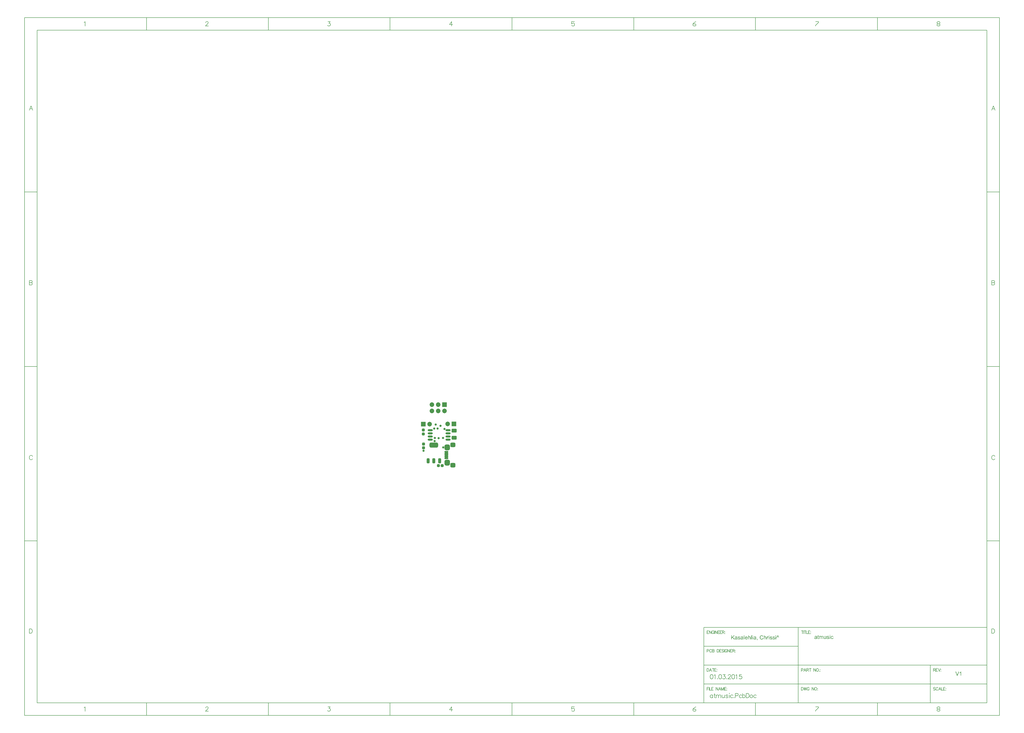
<source format=gts>
%FSLAX44Y44*%
%MOMM*%
G71*
G01*
G75*
G04 Layer_Color=8388736*
G04:AMPARAMS|DCode=10|XSize=0.9mm|YSize=0.95mm|CornerRadius=0.135mm|HoleSize=0mm|Usage=FLASHONLY|Rotation=180.000|XOffset=0mm|YOffset=0mm|HoleType=Round|Shape=RoundedRectangle|*
%AMROUNDEDRECTD10*
21,1,0.9000,0.6800,0,0,180.0*
21,1,0.6300,0.9500,0,0,180.0*
1,1,0.2700,-0.3150,0.3400*
1,1,0.2700,0.3150,0.3400*
1,1,0.2700,0.3150,-0.3400*
1,1,0.2700,-0.3150,-0.3400*
%
%ADD10ROUNDEDRECTD10*%
G04:AMPARAMS|DCode=11|XSize=0.9mm|YSize=0.95mm|CornerRadius=0.135mm|HoleSize=0mm|Usage=FLASHONLY|Rotation=270.000|XOffset=0mm|YOffset=0mm|HoleType=Round|Shape=RoundedRectangle|*
%AMROUNDEDRECTD11*
21,1,0.9000,0.6800,0,0,270.0*
21,1,0.6300,0.9500,0,0,270.0*
1,1,0.2700,-0.3400,-0.3150*
1,1,0.2700,-0.3400,0.3150*
1,1,0.2700,0.3400,0.3150*
1,1,0.2700,0.3400,-0.3150*
%
%ADD11ROUNDEDRECTD11*%
G04:AMPARAMS|DCode=12|XSize=1.85mm|YSize=1.3mm|CornerRadius=0.195mm|HoleSize=0mm|Usage=FLASHONLY|Rotation=0.000|XOffset=0mm|YOffset=0mm|HoleType=Round|Shape=RoundedRectangle|*
%AMROUNDEDRECTD12*
21,1,1.8500,0.9100,0,0,0.0*
21,1,1.4600,1.3000,0,0,0.0*
1,1,0.3900,0.7300,-0.4550*
1,1,0.3900,-0.7300,-0.4550*
1,1,0.3900,-0.7300,0.4550*
1,1,0.3900,0.7300,0.4550*
%
%ADD12ROUNDEDRECTD12*%
G04:AMPARAMS|DCode=13|XSize=1mm|YSize=0.95mm|CornerRadius=0.2375mm|HoleSize=0mm|Usage=FLASHONLY|Rotation=0.000|XOffset=0mm|YOffset=0mm|HoleType=Round|Shape=RoundedRectangle|*
%AMROUNDEDRECTD13*
21,1,1.0000,0.4750,0,0,0.0*
21,1,0.5250,0.9500,0,0,0.0*
1,1,0.4750,0.2625,-0.2375*
1,1,0.4750,-0.2625,-0.2375*
1,1,0.4750,-0.2625,0.2375*
1,1,0.4750,0.2625,0.2375*
%
%ADD13ROUNDEDRECTD13*%
%ADD14O,1.8500X0.6000*%
G04:AMPARAMS|DCode=15|XSize=1.6mm|YSize=1.9mm|CornerRadius=0.4mm|HoleSize=0mm|Usage=FLASHONLY|Rotation=270.000|XOffset=0mm|YOffset=0mm|HoleType=Round|Shape=RoundedRectangle|*
%AMROUNDEDRECTD15*
21,1,1.6000,1.1000,0,0,270.0*
21,1,0.8000,1.9000,0,0,270.0*
1,1,0.8000,-0.5500,-0.4000*
1,1,0.8000,-0.5500,0.4000*
1,1,0.8000,0.5500,0.4000*
1,1,0.8000,0.5500,-0.4000*
%
%ADD15ROUNDEDRECTD15*%
G04:AMPARAMS|DCode=16|XSize=2.1mm|YSize=2mm|CornerRadius=0.5mm|HoleSize=0mm|Usage=FLASHONLY|Rotation=270.000|XOffset=0mm|YOffset=0mm|HoleType=Round|Shape=RoundedRectangle|*
%AMROUNDEDRECTD16*
21,1,2.1000,1.0000,0,0,270.0*
21,1,1.1000,2.0000,0,0,270.0*
1,1,1.0000,-0.5000,-0.5500*
1,1,1.0000,-0.5000,0.5500*
1,1,1.0000,0.5000,0.5500*
1,1,1.0000,0.5000,-0.5500*
%
%ADD16ROUNDEDRECTD16*%
G04:AMPARAMS|DCode=17|XSize=0.4mm|YSize=1.35mm|CornerRadius=0.1mm|HoleSize=0mm|Usage=FLASHONLY|Rotation=270.000|XOffset=0mm|YOffset=0mm|HoleType=Round|Shape=RoundedRectangle|*
%AMROUNDEDRECTD17*
21,1,0.4000,1.1500,0,0,270.0*
21,1,0.2000,1.3500,0,0,270.0*
1,1,0.2000,-0.5750,-0.1000*
1,1,0.2000,-0.5750,0.1000*
1,1,0.2000,0.5750,0.1000*
1,1,0.2000,0.5750,-0.1000*
%
%ADD17ROUNDEDRECTD17*%
G04:AMPARAMS|DCode=18|XSize=3.3mm|YSize=1.85mm|CornerRadius=0.4625mm|HoleSize=0mm|Usage=FLASHONLY|Rotation=180.000|XOffset=0mm|YOffset=0mm|HoleType=Round|Shape=RoundedRectangle|*
%AMROUNDEDRECTD18*
21,1,3.3000,0.9250,0,0,180.0*
21,1,2.3750,1.8500,0,0,180.0*
1,1,0.9250,-1.1875,0.4625*
1,1,0.9250,1.1875,0.4625*
1,1,0.9250,1.1875,-0.4625*
1,1,0.9250,-1.1875,-0.4625*
%
%ADD18ROUNDEDRECTD18*%
G04:AMPARAMS|DCode=19|XSize=0.95mm|YSize=1.85mm|CornerRadius=0.2375mm|HoleSize=0mm|Usage=FLASHONLY|Rotation=180.000|XOffset=0mm|YOffset=0mm|HoleType=Round|Shape=RoundedRectangle|*
%AMROUNDEDRECTD19*
21,1,0.9500,1.3750,0,0,180.0*
21,1,0.4750,1.8500,0,0,180.0*
1,1,0.4750,-0.2375,0.6875*
1,1,0.4750,0.2375,0.6875*
1,1,0.4750,0.2375,-0.6875*
1,1,0.4750,-0.2375,-0.6875*
%
%ADD19ROUNDEDRECTD19*%
%ADD20C,0.2000*%
%ADD21C,0.3000*%
%ADD22C,0.1270*%
%ADD23C,0.1778*%
%ADD24C,1.6500*%
%ADD25R,1.6500X1.6500*%
%ADD26C,0.7000*%
G04:AMPARAMS|DCode=27|XSize=1.2mm|YSize=1.2mm|CornerRadius=0.3mm|HoleSize=0mm|Usage=FLASHONLY|Rotation=0.000|XOffset=0mm|YOffset=0mm|HoleType=Round|Shape=RoundedRectangle|*
%AMROUNDEDRECTD27*
21,1,1.2000,0.6000,0,0,0.0*
21,1,0.6000,1.2000,0,0,0.0*
1,1,0.6000,0.3000,-0.3000*
1,1,0.6000,-0.3000,-0.3000*
1,1,0.6000,-0.3000,0.3000*
1,1,0.6000,0.3000,0.3000*
%
%ADD27ROUNDEDRECTD27*%
G04:AMPARAMS|DCode=28|XSize=2.7mm|YSize=1.2mm|CornerRadius=0.3mm|HoleSize=0mm|Usage=FLASHONLY|Rotation=0.000|XOffset=0mm|YOffset=0mm|HoleType=Round|Shape=RoundedRectangle|*
%AMROUNDEDRECTD28*
21,1,2.7000,0.6000,0,0,0.0*
21,1,2.1000,1.2000,0,0,0.0*
1,1,0.6000,1.0500,-0.3000*
1,1,0.6000,-1.0500,-0.3000*
1,1,0.6000,-1.0500,0.3000*
1,1,0.6000,1.0500,0.3000*
%
%ADD28ROUNDEDRECTD28*%
G04:AMPARAMS|DCode=29|XSize=1.5mm|YSize=2.6mm|CornerRadius=0.375mm|HoleSize=0mm|Usage=FLASHONLY|Rotation=0.000|XOffset=0mm|YOffset=0mm|HoleType=Round|Shape=RoundedRectangle|*
%AMROUNDEDRECTD29*
21,1,1.5000,1.8500,0,0,0.0*
21,1,0.7500,2.6000,0,0,0.0*
1,1,0.7500,0.3750,-0.9250*
1,1,0.7500,-0.3750,-0.9250*
1,1,0.7500,-0.3750,0.9250*
1,1,0.7500,0.3750,0.9250*
%
%ADD29ROUNDEDRECTD29*%
G04:AMPARAMS|DCode=30|XSize=1mm|YSize=2.6mm|CornerRadius=0.25mm|HoleSize=0mm|Usage=FLASHONLY|Rotation=0.000|XOffset=0mm|YOffset=0mm|HoleType=Round|Shape=RoundedRectangle|*
%AMROUNDEDRECTD30*
21,1,1.0000,2.1000,0,0,0.0*
21,1,0.5000,2.6000,0,0,0.0*
1,1,0.5000,0.2500,-1.0500*
1,1,0.5000,-0.2500,-1.0500*
1,1,0.5000,-0.2500,1.0500*
1,1,0.5000,0.2500,1.0500*
%
%ADD30ROUNDEDRECTD30*%
G04:AMPARAMS|DCode=31|XSize=0.7mm|YSize=2mm|CornerRadius=0.175mm|HoleSize=0mm|Usage=FLASHONLY|Rotation=0.000|XOffset=0mm|YOffset=0mm|HoleType=Round|Shape=RoundedRectangle|*
%AMROUNDEDRECTD31*
21,1,0.7000,1.6500,0,0,0.0*
21,1,0.3500,2.0000,0,0,0.0*
1,1,0.3500,0.1750,-0.8250*
1,1,0.3500,-0.1750,-0.8250*
1,1,0.3500,-0.1750,0.8250*
1,1,0.3500,0.1750,0.8250*
%
%ADD31ROUNDEDRECTD31*%
%ADD32C,0.2500*%
%ADD33C,0.6000*%
G04:AMPARAMS|DCode=34|XSize=1.1032mm|YSize=1.1532mm|CornerRadius=0.2366mm|HoleSize=0mm|Usage=FLASHONLY|Rotation=180.000|XOffset=0mm|YOffset=0mm|HoleType=Round|Shape=RoundedRectangle|*
%AMROUNDEDRECTD34*
21,1,1.1032,0.6800,0,0,180.0*
21,1,0.6300,1.1532,0,0,180.0*
1,1,0.4732,-0.3150,0.3400*
1,1,0.4732,0.3150,0.3400*
1,1,0.4732,0.3150,-0.3400*
1,1,0.4732,-0.3150,-0.3400*
%
%ADD34ROUNDEDRECTD34*%
G04:AMPARAMS|DCode=35|XSize=1.1032mm|YSize=1.1532mm|CornerRadius=0.2366mm|HoleSize=0mm|Usage=FLASHONLY|Rotation=270.000|XOffset=0mm|YOffset=0mm|HoleType=Round|Shape=RoundedRectangle|*
%AMROUNDEDRECTD35*
21,1,1.1032,0.6800,0,0,270.0*
21,1,0.6300,1.1532,0,0,270.0*
1,1,0.4732,-0.3400,-0.3150*
1,1,0.4732,-0.3400,0.3150*
1,1,0.4732,0.3400,0.3150*
1,1,0.4732,0.3400,-0.3150*
%
%ADD35ROUNDEDRECTD35*%
G04:AMPARAMS|DCode=36|XSize=2.0532mm|YSize=1.5032mm|CornerRadius=0.2966mm|HoleSize=0mm|Usage=FLASHONLY|Rotation=0.000|XOffset=0mm|YOffset=0mm|HoleType=Round|Shape=RoundedRectangle|*
%AMROUNDEDRECTD36*
21,1,2.0532,0.9100,0,0,0.0*
21,1,1.4600,1.5032,0,0,0.0*
1,1,0.5932,0.7300,-0.4550*
1,1,0.5932,-0.7300,-0.4550*
1,1,0.5932,-0.7300,0.4550*
1,1,0.5932,0.7300,0.4550*
%
%ADD36ROUNDEDRECTD36*%
G04:AMPARAMS|DCode=37|XSize=1.2032mm|YSize=1.1532mm|CornerRadius=0.3391mm|HoleSize=0mm|Usage=FLASHONLY|Rotation=0.000|XOffset=0mm|YOffset=0mm|HoleType=Round|Shape=RoundedRectangle|*
%AMROUNDEDRECTD37*
21,1,1.2032,0.4750,0,0,0.0*
21,1,0.5250,1.1532,0,0,0.0*
1,1,0.6782,0.2625,-0.2375*
1,1,0.6782,-0.2625,-0.2375*
1,1,0.6782,-0.2625,0.2375*
1,1,0.6782,0.2625,0.2375*
%
%ADD37ROUNDEDRECTD37*%
%ADD38O,2.0532X0.8032*%
G04:AMPARAMS|DCode=39|XSize=1.8032mm|YSize=2.1032mm|CornerRadius=0.5016mm|HoleSize=0mm|Usage=FLASHONLY|Rotation=270.000|XOffset=0mm|YOffset=0mm|HoleType=Round|Shape=RoundedRectangle|*
%AMROUNDEDRECTD39*
21,1,1.8032,1.1000,0,0,270.0*
21,1,0.8000,2.1032,0,0,270.0*
1,1,1.0032,-0.5500,-0.4000*
1,1,1.0032,-0.5500,0.4000*
1,1,1.0032,0.5500,0.4000*
1,1,1.0032,0.5500,-0.4000*
%
%ADD39ROUNDEDRECTD39*%
G04:AMPARAMS|DCode=40|XSize=2.3032mm|YSize=2.2032mm|CornerRadius=0.6016mm|HoleSize=0mm|Usage=FLASHONLY|Rotation=270.000|XOffset=0mm|YOffset=0mm|HoleType=Round|Shape=RoundedRectangle|*
%AMROUNDEDRECTD40*
21,1,2.3032,1.0000,0,0,270.0*
21,1,1.1000,2.2032,0,0,270.0*
1,1,1.2032,-0.5000,-0.5500*
1,1,1.2032,-0.5000,0.5500*
1,1,1.2032,0.5000,0.5500*
1,1,1.2032,0.5000,-0.5500*
%
%ADD40ROUNDEDRECTD40*%
G04:AMPARAMS|DCode=41|XSize=0.6032mm|YSize=1.5532mm|CornerRadius=0.2016mm|HoleSize=0mm|Usage=FLASHONLY|Rotation=270.000|XOffset=0mm|YOffset=0mm|HoleType=Round|Shape=RoundedRectangle|*
%AMROUNDEDRECTD41*
21,1,0.6032,1.1500,0,0,270.0*
21,1,0.2000,1.5532,0,0,270.0*
1,1,0.4032,-0.5750,-0.1000*
1,1,0.4032,-0.5750,0.1000*
1,1,0.4032,0.5750,0.1000*
1,1,0.4032,0.5750,-0.1000*
%
%ADD41ROUNDEDRECTD41*%
G04:AMPARAMS|DCode=42|XSize=3.5032mm|YSize=2.0532mm|CornerRadius=0.5641mm|HoleSize=0mm|Usage=FLASHONLY|Rotation=180.000|XOffset=0mm|YOffset=0mm|HoleType=Round|Shape=RoundedRectangle|*
%AMROUNDEDRECTD42*
21,1,3.5032,0.9250,0,0,180.0*
21,1,2.3750,2.0532,0,0,180.0*
1,1,1.1282,-1.1875,0.4625*
1,1,1.1282,1.1875,0.4625*
1,1,1.1282,1.1875,-0.4625*
1,1,1.1282,-1.1875,-0.4625*
%
%ADD42ROUNDEDRECTD42*%
G04:AMPARAMS|DCode=43|XSize=1.1532mm|YSize=2.0532mm|CornerRadius=0.3391mm|HoleSize=0mm|Usage=FLASHONLY|Rotation=180.000|XOffset=0mm|YOffset=0mm|HoleType=Round|Shape=RoundedRectangle|*
%AMROUNDEDRECTD43*
21,1,1.1532,1.3750,0,0,180.0*
21,1,0.4750,2.0532,0,0,180.0*
1,1,0.6782,-0.2375,0.6875*
1,1,0.6782,0.2375,0.6875*
1,1,0.6782,0.2375,-0.6875*
1,1,0.6782,-0.2375,-0.6875*
%
%ADD43ROUNDEDRECTD43*%
%ADD44C,1.8532*%
%ADD45R,1.8532X1.8532*%
%ADD46C,0.9032*%
G36*
X1756599Y-692000D02*
X1754633D01*
Y-680384D01*
X1756599D01*
Y-692000D01*
D02*
G37*
G36*
X1783973D02*
X1782006D01*
Y-680384D01*
X1783973D01*
Y-692000D01*
D02*
G37*
G36*
X1699098Y-680153D02*
X1699445Y-680176D01*
X1699838Y-680222D01*
X1700232Y-680292D01*
X1700625Y-680384D01*
X1700995Y-680500D01*
X1701042Y-680523D01*
X1701157Y-680569D01*
X1701319Y-680639D01*
X1701528Y-680731D01*
X1701759Y-680870D01*
X1701990Y-681009D01*
X1702199Y-681194D01*
X1702384Y-681379D01*
X1702407Y-681402D01*
X1702453Y-681472D01*
X1702523Y-681587D01*
X1702615Y-681726D01*
X1702731Y-681934D01*
X1702823Y-682143D01*
X1702916Y-682397D01*
X1702985Y-682698D01*
Y-682721D01*
X1703009Y-682791D01*
X1703032Y-682929D01*
X1703055Y-683114D01*
Y-683369D01*
X1703078Y-683670D01*
X1703101Y-684063D01*
Y-684503D01*
Y-687141D01*
Y-687164D01*
Y-687256D01*
Y-687395D01*
Y-687580D01*
Y-687789D01*
Y-688043D01*
X1703124Y-688598D01*
Y-689177D01*
X1703147Y-689755D01*
X1703170Y-690010D01*
Y-690241D01*
X1703194Y-690450D01*
X1703217Y-690612D01*
Y-690635D01*
X1703240Y-690727D01*
X1703263Y-690866D01*
X1703332Y-691051D01*
X1703379Y-691260D01*
X1703471Y-691491D01*
X1703587Y-691746D01*
X1703703Y-692000D01*
X1701643D01*
X1701620Y-691977D01*
X1701597Y-691884D01*
X1701551Y-691769D01*
X1701481Y-691583D01*
X1701412Y-691375D01*
X1701366Y-691121D01*
X1701319Y-690843D01*
X1701273Y-690542D01*
X1701250D01*
X1701227Y-690589D01*
X1701088Y-690704D01*
X1700880Y-690866D01*
X1700602Y-691074D01*
X1700255Y-691283D01*
X1699908Y-691514D01*
X1699538Y-691722D01*
X1699144Y-691884D01*
X1699098Y-691907D01*
X1698959Y-691931D01*
X1698751Y-692000D01*
X1698496Y-692069D01*
X1698172Y-692139D01*
X1697802Y-692185D01*
X1697386Y-692231D01*
X1696969Y-692254D01*
X1696784D01*
X1696645Y-692231D01*
X1696483D01*
X1696298Y-692208D01*
X1695882Y-692139D01*
X1695419Y-692023D01*
X1694910Y-691861D01*
X1694447Y-691630D01*
X1694030Y-691329D01*
X1693984Y-691283D01*
X1693868Y-691167D01*
X1693706Y-690959D01*
X1693521Y-690681D01*
X1693336Y-690334D01*
X1693174Y-689941D01*
X1693058Y-689455D01*
X1693035Y-689223D01*
X1693012Y-688946D01*
Y-688899D01*
Y-688807D01*
X1693035Y-688645D01*
X1693058Y-688437D01*
X1693105Y-688182D01*
X1693174Y-687927D01*
X1693267Y-687650D01*
X1693383Y-687395D01*
X1693406Y-687372D01*
X1693452Y-687280D01*
X1693544Y-687141D01*
X1693660Y-686979D01*
X1693799Y-686794D01*
X1693984Y-686609D01*
X1694169Y-686423D01*
X1694401Y-686261D01*
X1694424Y-686238D01*
X1694516Y-686192D01*
X1694632Y-686099D01*
X1694817Y-686007D01*
X1695025Y-685914D01*
X1695280Y-685799D01*
X1695535Y-685706D01*
X1695835Y-685613D01*
X1695858D01*
X1695951Y-685590D01*
X1696090Y-685544D01*
X1696275Y-685521D01*
X1696506Y-685475D01*
X1696807Y-685428D01*
X1697154Y-685359D01*
X1697571Y-685313D01*
X1697594D01*
X1697686Y-685290D01*
X1697802D01*
X1697964Y-685266D01*
X1698149Y-685243D01*
X1698381Y-685197D01*
X1698635Y-685174D01*
X1698913Y-685128D01*
X1699468Y-685012D01*
X1700070Y-684896D01*
X1700602Y-684757D01*
X1700856Y-684688D01*
X1701088Y-684619D01*
Y-684595D01*
Y-684549D01*
X1701111Y-684410D01*
Y-684248D01*
Y-684156D01*
Y-684109D01*
Y-684086D01*
Y-684063D01*
Y-683924D01*
X1701088Y-683693D01*
X1701042Y-683438D01*
X1700972Y-683161D01*
X1700856Y-682883D01*
X1700718Y-682628D01*
X1700533Y-682420D01*
X1700509Y-682397D01*
X1700394Y-682305D01*
X1700209Y-682212D01*
X1699977Y-682073D01*
X1699653Y-681957D01*
X1699283Y-681842D01*
X1698820Y-681772D01*
X1698288Y-681749D01*
X1698057D01*
X1697825Y-681772D01*
X1697501Y-681819D01*
X1697177Y-681865D01*
X1696830Y-681957D01*
X1696506Y-682073D01*
X1696229Y-682235D01*
X1696205Y-682258D01*
X1696113Y-682328D01*
X1695997Y-682443D01*
X1695858Y-682628D01*
X1695720Y-682860D01*
X1695558Y-683161D01*
X1695419Y-683531D01*
X1695280Y-683948D01*
X1693359Y-683693D01*
Y-683670D01*
X1693383Y-683647D01*
Y-683577D01*
X1693406Y-683485D01*
X1693475Y-683276D01*
X1693568Y-682976D01*
X1693683Y-682675D01*
X1693822Y-682351D01*
X1694007Y-682027D01*
X1694216Y-681726D01*
X1694239Y-681703D01*
X1694331Y-681610D01*
X1694470Y-681472D01*
X1694655Y-681286D01*
X1694910Y-681101D01*
X1695211Y-680916D01*
X1695558Y-680708D01*
X1695951Y-680546D01*
X1695974D01*
X1695997Y-680523D01*
X1696067Y-680500D01*
X1696159Y-680477D01*
X1696391Y-680407D01*
X1696715Y-680338D01*
X1697085Y-680268D01*
X1697548Y-680199D01*
X1698033Y-680153D01*
X1698589Y-680129D01*
X1698843D01*
X1699098Y-680153D01*
D02*
G37*
G36*
X1736699Y-681726D02*
X1736723Y-681703D01*
X1736769Y-681657D01*
X1736838Y-681587D01*
X1736954Y-681472D01*
X1737070Y-681356D01*
X1737232Y-681217D01*
X1737440Y-681078D01*
X1737648Y-680916D01*
X1737880Y-680777D01*
X1738134Y-680639D01*
X1738736Y-680384D01*
X1739060Y-680268D01*
X1739407Y-680199D01*
X1739777Y-680153D01*
X1740147Y-680129D01*
X1740356D01*
X1740610Y-680153D01*
X1740911Y-680199D01*
X1741258Y-680245D01*
X1741628Y-680338D01*
X1741998Y-680477D01*
X1742369Y-680639D01*
X1742415Y-680662D01*
X1742531Y-680731D01*
X1742693Y-680847D01*
X1742901Y-681009D01*
X1743109Y-681217D01*
X1743340Y-681448D01*
X1743549Y-681726D01*
X1743734Y-682050D01*
X1743757Y-682096D01*
X1743803Y-682212D01*
X1743873Y-682420D01*
X1743942Y-682721D01*
X1744012Y-683091D01*
X1744081Y-683531D01*
X1744127Y-684063D01*
X1744150Y-684665D01*
Y-692000D01*
X1742184D01*
Y-684642D01*
Y-684619D01*
Y-684572D01*
Y-684503D01*
Y-684410D01*
X1742160Y-684156D01*
X1742114Y-683832D01*
X1742021Y-683485D01*
X1741906Y-683138D01*
X1741744Y-682791D01*
X1741536Y-682513D01*
X1741512Y-682490D01*
X1741420Y-682397D01*
X1741281Y-682281D01*
X1741073Y-682166D01*
X1740818Y-682027D01*
X1740517Y-681934D01*
X1740147Y-681842D01*
X1739731Y-681819D01*
X1739592D01*
X1739430Y-681842D01*
X1739198Y-681865D01*
X1738967Y-681934D01*
X1738689Y-682004D01*
X1738412Y-682120D01*
X1738111Y-682281D01*
X1738088Y-682305D01*
X1737995Y-682374D01*
X1737856Y-682467D01*
X1737694Y-682605D01*
X1737509Y-682791D01*
X1737324Y-682999D01*
X1737162Y-683253D01*
X1737023Y-683531D01*
X1737000Y-683577D01*
X1736977Y-683670D01*
X1736931Y-683855D01*
X1736861Y-684086D01*
X1736792Y-684387D01*
X1736746Y-684757D01*
X1736723Y-685174D01*
X1736699Y-685660D01*
Y-692000D01*
X1734733D01*
Y-675987D01*
X1736699D01*
Y-681726D01*
D02*
G37*
G36*
X1634493Y-680153D02*
X1634840Y-680176D01*
X1635210Y-680222D01*
X1635603Y-680315D01*
X1636020Y-680407D01*
X1636413Y-680546D01*
X1636436D01*
X1636460Y-680569D01*
X1636575Y-680615D01*
X1636760Y-680708D01*
X1636992Y-680824D01*
X1637246Y-680986D01*
X1637501Y-681171D01*
X1637732Y-681379D01*
X1637941Y-681610D01*
X1637964Y-681634D01*
X1638010Y-681726D01*
X1638103Y-681888D01*
X1638218Y-682073D01*
X1638334Y-682351D01*
X1638450Y-682652D01*
X1638542Y-682999D01*
X1638635Y-683392D01*
X1636714Y-683647D01*
Y-683600D01*
X1636691Y-683508D01*
X1636645Y-683346D01*
X1636575Y-683138D01*
X1636460Y-682929D01*
X1636321Y-682698D01*
X1636159Y-682467D01*
X1635927Y-682258D01*
X1635904Y-682235D01*
X1635812Y-682189D01*
X1635673Y-682096D01*
X1635465Y-682004D01*
X1635233Y-681911D01*
X1634932Y-681819D01*
X1634562Y-681772D01*
X1634169Y-681749D01*
X1633937D01*
X1633706Y-681772D01*
X1633405Y-681796D01*
X1633104Y-681865D01*
X1632780Y-681934D01*
X1632480Y-682050D01*
X1632225Y-682212D01*
X1632202Y-682235D01*
X1632133Y-682281D01*
X1632040Y-682374D01*
X1631947Y-682513D01*
X1631832Y-682652D01*
X1631739Y-682837D01*
X1631670Y-683045D01*
X1631647Y-683253D01*
Y-683276D01*
Y-683323D01*
X1631670Y-683392D01*
Y-683485D01*
X1631739Y-683716D01*
X1631878Y-683948D01*
X1631901Y-683971D01*
X1631924Y-683994D01*
X1631971Y-684063D01*
X1632063Y-684133D01*
X1632156Y-684202D01*
X1632294Y-684295D01*
X1632457Y-684364D01*
X1632642Y-684456D01*
X1632665D01*
X1632711Y-684480D01*
X1632803Y-684503D01*
X1632966Y-684572D01*
X1633197Y-684642D01*
X1633498Y-684711D01*
X1633683Y-684781D01*
X1633891Y-684827D01*
X1634122Y-684896D01*
X1634377Y-684966D01*
X1634400D01*
X1634470Y-684989D01*
X1634585Y-685012D01*
X1634724Y-685058D01*
X1634886Y-685104D01*
X1635094Y-685151D01*
X1635534Y-685290D01*
X1636020Y-685428D01*
X1636506Y-685590D01*
X1636945Y-685752D01*
X1637131Y-685822D01*
X1637293Y-685891D01*
X1637339Y-685914D01*
X1637431Y-685961D01*
X1637570Y-686030D01*
X1637778Y-686146D01*
X1637987Y-686285D01*
X1638195Y-686470D01*
X1638403Y-686678D01*
X1638588Y-686909D01*
X1638611Y-686933D01*
X1638658Y-687025D01*
X1638750Y-687164D01*
X1638843Y-687372D01*
X1638912Y-687627D01*
X1639005Y-687904D01*
X1639051Y-688228D01*
X1639074Y-688598D01*
Y-688645D01*
Y-688761D01*
X1639051Y-688946D01*
X1639005Y-689200D01*
X1638936Y-689478D01*
X1638820Y-689779D01*
X1638681Y-690126D01*
X1638496Y-690450D01*
X1638473Y-690496D01*
X1638380Y-690589D01*
X1638264Y-690751D01*
X1638079Y-690936D01*
X1637825Y-691144D01*
X1637547Y-691375D01*
X1637223Y-691583D01*
X1636830Y-691792D01*
X1636807D01*
X1636783Y-691815D01*
X1636645Y-691861D01*
X1636413Y-691931D01*
X1636113Y-692023D01*
X1635742Y-692116D01*
X1635326Y-692185D01*
X1634886Y-692231D01*
X1634377Y-692254D01*
X1634169D01*
X1634007Y-692231D01*
X1633822D01*
X1633590Y-692208D01*
X1633359Y-692185D01*
X1633104Y-692139D01*
X1632549Y-692023D01*
X1631971Y-691861D01*
X1631415Y-691630D01*
X1631161Y-691491D01*
X1630929Y-691329D01*
X1630906Y-691306D01*
X1630883Y-691283D01*
X1630744Y-691144D01*
X1630536Y-690936D01*
X1630305Y-690612D01*
X1630050Y-690218D01*
X1629795Y-689755D01*
X1629587Y-689177D01*
X1629425Y-688529D01*
X1631369Y-688228D01*
Y-688251D01*
Y-688275D01*
X1631415Y-688413D01*
X1631461Y-688645D01*
X1631554Y-688899D01*
X1631670Y-689177D01*
X1631808Y-689478D01*
X1632017Y-689779D01*
X1632271Y-690033D01*
X1632318Y-690056D01*
X1632410Y-690126D01*
X1632595Y-690218D01*
X1632827Y-690334D01*
X1633127Y-690450D01*
X1633475Y-690542D01*
X1633891Y-690612D01*
X1634377Y-690635D01*
X1634608D01*
X1634840Y-690612D01*
X1635141Y-690565D01*
X1635465Y-690496D01*
X1635812Y-690403D01*
X1636113Y-690288D01*
X1636390Y-690103D01*
X1636413Y-690079D01*
X1636506Y-690010D01*
X1636598Y-689894D01*
X1636737Y-689732D01*
X1636853Y-689547D01*
X1636969Y-689316D01*
X1637038Y-689084D01*
X1637061Y-688807D01*
Y-688784D01*
Y-688691D01*
X1637038Y-688575D01*
X1636992Y-688413D01*
X1636922Y-688251D01*
X1636807Y-688089D01*
X1636668Y-687904D01*
X1636460Y-687766D01*
X1636436Y-687742D01*
X1636367Y-687719D01*
X1636251Y-687650D01*
X1636066Y-687580D01*
X1635789Y-687488D01*
X1635627Y-687418D01*
X1635441Y-687372D01*
X1635233Y-687303D01*
X1635002Y-687233D01*
X1634747Y-687164D01*
X1634446Y-687094D01*
X1634423D01*
X1634354Y-687071D01*
X1634238Y-687048D01*
X1634099Y-687002D01*
X1633914Y-686956D01*
X1633706Y-686886D01*
X1633266Y-686770D01*
X1632757Y-686609D01*
X1632271Y-686470D01*
X1631808Y-686308D01*
X1631600Y-686215D01*
X1631438Y-686146D01*
X1631392Y-686123D01*
X1631299Y-686076D01*
X1631161Y-685984D01*
X1630975Y-685868D01*
X1630767Y-685706D01*
X1630559Y-685521D01*
X1630351Y-685313D01*
X1630166Y-685058D01*
X1630143Y-685035D01*
X1630096Y-684942D01*
X1630027Y-684781D01*
X1629957Y-684595D01*
X1629888Y-684364D01*
X1629819Y-684086D01*
X1629772Y-683809D01*
X1629749Y-683485D01*
Y-683438D01*
Y-683346D01*
X1629772Y-683207D01*
X1629795Y-682999D01*
X1629842Y-682791D01*
X1629888Y-682536D01*
X1629980Y-682305D01*
X1630096Y-682050D01*
X1630119Y-682027D01*
X1630166Y-681934D01*
X1630235Y-681819D01*
X1630351Y-681657D01*
X1630490Y-681495D01*
X1630652Y-681286D01*
X1630837Y-681101D01*
X1631068Y-680939D01*
X1631091Y-680916D01*
X1631161Y-680893D01*
X1631253Y-680824D01*
X1631392Y-680754D01*
X1631577Y-680662D01*
X1631785Y-680569D01*
X1632040Y-680477D01*
X1632318Y-680384D01*
X1632364Y-680361D01*
X1632457Y-680338D01*
X1632618Y-680292D01*
X1632827Y-680245D01*
X1633081Y-680199D01*
X1633359Y-680176D01*
X1633683Y-680129D01*
X1634238D01*
X1634493Y-680153D01*
D02*
G37*
G36*
X1763888D02*
X1764235Y-680176D01*
X1764606Y-680222D01*
X1764999Y-680315D01*
X1765415Y-680407D01*
X1765809Y-680546D01*
X1765832D01*
X1765855Y-680569D01*
X1765971Y-680615D01*
X1766156Y-680708D01*
X1766387Y-680824D01*
X1766642Y-680986D01*
X1766896Y-681171D01*
X1767128Y-681379D01*
X1767336Y-681610D01*
X1767359Y-681634D01*
X1767405Y-681726D01*
X1767498Y-681888D01*
X1767614Y-682073D01*
X1767729Y-682351D01*
X1767845Y-682652D01*
X1767938Y-682999D01*
X1768030Y-683392D01*
X1766110Y-683647D01*
Y-683600D01*
X1766086Y-683508D01*
X1766040Y-683346D01*
X1765971Y-683138D01*
X1765855Y-682929D01*
X1765716Y-682698D01*
X1765554Y-682467D01*
X1765323Y-682258D01*
X1765300Y-682235D01*
X1765207Y-682189D01*
X1765068Y-682096D01*
X1764860Y-682004D01*
X1764629Y-681911D01*
X1764328Y-681819D01*
X1763958Y-681772D01*
X1763564Y-681749D01*
X1763333D01*
X1763102Y-681772D01*
X1762801Y-681796D01*
X1762500Y-681865D01*
X1762176Y-681934D01*
X1761875Y-682050D01*
X1761621Y-682212D01*
X1761597Y-682235D01*
X1761528Y-682281D01*
X1761436Y-682374D01*
X1761343Y-682513D01*
X1761227Y-682652D01*
X1761135Y-682837D01*
X1761065Y-683045D01*
X1761042Y-683253D01*
Y-683276D01*
Y-683323D01*
X1761065Y-683392D01*
Y-683485D01*
X1761135Y-683716D01*
X1761273Y-683948D01*
X1761297Y-683971D01*
X1761320Y-683994D01*
X1761366Y-684063D01*
X1761459Y-684133D01*
X1761551Y-684202D01*
X1761690Y-684295D01*
X1761852Y-684364D01*
X1762037Y-684456D01*
X1762060D01*
X1762106Y-684480D01*
X1762199Y-684503D01*
X1762361Y-684572D01*
X1762592Y-684642D01*
X1762893Y-684711D01*
X1763078Y-684781D01*
X1763287Y-684827D01*
X1763518Y-684896D01*
X1763772Y-684966D01*
X1763796D01*
X1763865Y-684989D01*
X1763981Y-685012D01*
X1764120Y-685058D01*
X1764282Y-685104D01*
X1764490Y-685151D01*
X1764930Y-685290D01*
X1765415Y-685428D01*
X1765901Y-685590D01*
X1766341Y-685752D01*
X1766526Y-685822D01*
X1766688Y-685891D01*
X1766734Y-685914D01*
X1766827Y-685961D01*
X1766966Y-686030D01*
X1767174Y-686146D01*
X1767382Y-686285D01*
X1767590Y-686470D01*
X1767799Y-686678D01*
X1767984Y-686909D01*
X1768007Y-686933D01*
X1768053Y-687025D01*
X1768146Y-687164D01*
X1768238Y-687372D01*
X1768308Y-687627D01*
X1768400Y-687904D01*
X1768447Y-688228D01*
X1768470Y-688598D01*
Y-688645D01*
Y-688761D01*
X1768447Y-688946D01*
X1768400Y-689200D01*
X1768331Y-689478D01*
X1768215Y-689779D01*
X1768076Y-690126D01*
X1767891Y-690450D01*
X1767868Y-690496D01*
X1767776Y-690589D01*
X1767660Y-690751D01*
X1767475Y-690936D01*
X1767220Y-691144D01*
X1766943Y-691375D01*
X1766619Y-691583D01*
X1766225Y-691792D01*
X1766202D01*
X1766179Y-691815D01*
X1766040Y-691861D01*
X1765809Y-691931D01*
X1765508Y-692023D01*
X1765138Y-692116D01*
X1764721Y-692185D01*
X1764282Y-692231D01*
X1763772Y-692254D01*
X1763564D01*
X1763402Y-692231D01*
X1763217D01*
X1762986Y-692208D01*
X1762754Y-692185D01*
X1762500Y-692139D01*
X1761944Y-692023D01*
X1761366Y-691861D01*
X1760811Y-691630D01*
X1760556Y-691491D01*
X1760325Y-691329D01*
X1760302Y-691306D01*
X1760278Y-691283D01*
X1760140Y-691144D01*
X1759931Y-690936D01*
X1759700Y-690612D01*
X1759445Y-690218D01*
X1759191Y-689755D01*
X1758983Y-689177D01*
X1758821Y-688529D01*
X1760764Y-688228D01*
Y-688251D01*
Y-688275D01*
X1760811Y-688413D01*
X1760857Y-688645D01*
X1760950Y-688899D01*
X1761065Y-689177D01*
X1761204Y-689478D01*
X1761412Y-689779D01*
X1761667Y-690033D01*
X1761713Y-690056D01*
X1761806Y-690126D01*
X1761991Y-690218D01*
X1762222Y-690334D01*
X1762523Y-690450D01*
X1762870Y-690542D01*
X1763287Y-690612D01*
X1763772Y-690635D01*
X1764004D01*
X1764235Y-690612D01*
X1764536Y-690565D01*
X1764860Y-690496D01*
X1765207Y-690403D01*
X1765508Y-690288D01*
X1765786Y-690103D01*
X1765809Y-690079D01*
X1765901Y-690010D01*
X1765994Y-689894D01*
X1766133Y-689732D01*
X1766248Y-689547D01*
X1766364Y-689316D01*
X1766434Y-689084D01*
X1766457Y-688807D01*
Y-688784D01*
Y-688691D01*
X1766434Y-688575D01*
X1766387Y-688413D01*
X1766318Y-688251D01*
X1766202Y-688089D01*
X1766063Y-687904D01*
X1765855Y-687766D01*
X1765832Y-687742D01*
X1765762Y-687719D01*
X1765647Y-687650D01*
X1765462Y-687580D01*
X1765184Y-687488D01*
X1765022Y-687418D01*
X1764837Y-687372D01*
X1764629Y-687303D01*
X1764397Y-687233D01*
X1764143Y-687164D01*
X1763842Y-687094D01*
X1763819D01*
X1763749Y-687071D01*
X1763634Y-687048D01*
X1763495Y-687002D01*
X1763310Y-686956D01*
X1763102Y-686886D01*
X1762662Y-686770D01*
X1762153Y-686609D01*
X1761667Y-686470D01*
X1761204Y-686308D01*
X1760996Y-686215D01*
X1760834Y-686146D01*
X1760788Y-686123D01*
X1760695Y-686076D01*
X1760556Y-685984D01*
X1760371Y-685868D01*
X1760163Y-685706D01*
X1759955Y-685521D01*
X1759746Y-685313D01*
X1759561Y-685058D01*
X1759538Y-685035D01*
X1759492Y-684942D01*
X1759422Y-684781D01*
X1759353Y-684595D01*
X1759283Y-684364D01*
X1759214Y-684086D01*
X1759168Y-683809D01*
X1759145Y-683485D01*
Y-683438D01*
Y-683346D01*
X1759168Y-683207D01*
X1759191Y-682999D01*
X1759237Y-682791D01*
X1759283Y-682536D01*
X1759376Y-682305D01*
X1759492Y-682050D01*
X1759515Y-682027D01*
X1759561Y-681934D01*
X1759631Y-681819D01*
X1759746Y-681657D01*
X1759885Y-681495D01*
X1760047Y-681286D01*
X1760232Y-681101D01*
X1760464Y-680939D01*
X1760487Y-680916D01*
X1760556Y-680893D01*
X1760649Y-680824D01*
X1760788Y-680754D01*
X1760973Y-680662D01*
X1761181Y-680569D01*
X1761436Y-680477D01*
X1761713Y-680384D01*
X1761759Y-680361D01*
X1761852Y-680338D01*
X1762014Y-680292D01*
X1762222Y-680245D01*
X1762477Y-680199D01*
X1762754Y-680176D01*
X1763078Y-680129D01*
X1763634D01*
X1763888Y-680153D01*
D02*
G37*
G36*
X1795404Y-684456D02*
X1793437D01*
X1790730Y-677954D01*
X1788092Y-684456D01*
X1786079D01*
X1789943Y-675710D01*
X1791517D01*
X1795404Y-684456D01*
D02*
G37*
G36*
X1609225Y-682490D02*
X1616236Y-692000D01*
X1613436D01*
X1607744Y-683924D01*
X1605129Y-686447D01*
Y-692000D01*
X1603000D01*
Y-675987D01*
X1605129D01*
Y-683948D01*
X1613042Y-675987D01*
X1615935D01*
X1609225Y-682490D01*
D02*
G37*
G36*
X1623178Y-680153D02*
X1623525Y-680176D01*
X1623918Y-680222D01*
X1624311Y-680292D01*
X1624705Y-680384D01*
X1625075Y-680500D01*
X1625121Y-680523D01*
X1625237Y-680569D01*
X1625399Y-680639D01*
X1625607Y-680731D01*
X1625839Y-680870D01*
X1626070Y-681009D01*
X1626278Y-681194D01*
X1626463Y-681379D01*
X1626487Y-681402D01*
X1626533Y-681472D01*
X1626602Y-681587D01*
X1626695Y-681726D01*
X1626810Y-681934D01*
X1626903Y-682143D01*
X1626996Y-682397D01*
X1627065Y-682698D01*
Y-682721D01*
X1627088Y-682791D01*
X1627111Y-682929D01*
X1627134Y-683114D01*
Y-683369D01*
X1627157Y-683670D01*
X1627181Y-684063D01*
Y-684503D01*
Y-687141D01*
Y-687164D01*
Y-687256D01*
Y-687395D01*
Y-687580D01*
Y-687789D01*
Y-688043D01*
X1627204Y-688598D01*
Y-689177D01*
X1627227Y-689755D01*
X1627250Y-690010D01*
Y-690241D01*
X1627273Y-690450D01*
X1627296Y-690612D01*
Y-690635D01*
X1627319Y-690727D01*
X1627343Y-690866D01*
X1627412Y-691051D01*
X1627458Y-691260D01*
X1627551Y-691491D01*
X1627667Y-691746D01*
X1627782Y-692000D01*
X1625723D01*
X1625700Y-691977D01*
X1625677Y-691884D01*
X1625630Y-691769D01*
X1625561Y-691583D01*
X1625491Y-691375D01*
X1625445Y-691121D01*
X1625399Y-690843D01*
X1625353Y-690542D01*
X1625329D01*
X1625306Y-690589D01*
X1625168Y-690704D01*
X1624959Y-690866D01*
X1624682Y-691074D01*
X1624335Y-691283D01*
X1623987Y-691514D01*
X1623617Y-691722D01*
X1623224Y-691884D01*
X1623178Y-691907D01*
X1623039Y-691931D01*
X1622831Y-692000D01*
X1622576Y-692069D01*
X1622252Y-692139D01*
X1621882Y-692185D01*
X1621465Y-692231D01*
X1621049Y-692254D01*
X1620864D01*
X1620725Y-692231D01*
X1620563D01*
X1620378Y-692208D01*
X1619961Y-692139D01*
X1619498Y-692023D01*
X1618989Y-691861D01*
X1618526Y-691630D01*
X1618110Y-691329D01*
X1618064Y-691283D01*
X1617948Y-691167D01*
X1617786Y-690959D01*
X1617601Y-690681D01*
X1617416Y-690334D01*
X1617254Y-689941D01*
X1617138Y-689455D01*
X1617115Y-689223D01*
X1617092Y-688946D01*
Y-688899D01*
Y-688807D01*
X1617115Y-688645D01*
X1617138Y-688437D01*
X1617184Y-688182D01*
X1617254Y-687927D01*
X1617346Y-687650D01*
X1617462Y-687395D01*
X1617485Y-687372D01*
X1617531Y-687280D01*
X1617624Y-687141D01*
X1617740Y-686979D01*
X1617879Y-686794D01*
X1618064Y-686609D01*
X1618249Y-686423D01*
X1618480Y-686261D01*
X1618503Y-686238D01*
X1618596Y-686192D01*
X1618712Y-686099D01*
X1618897Y-686007D01*
X1619105Y-685914D01*
X1619360Y-685799D01*
X1619614Y-685706D01*
X1619915Y-685613D01*
X1619938D01*
X1620031Y-685590D01*
X1620169Y-685544D01*
X1620354Y-685521D01*
X1620586Y-685475D01*
X1620887Y-685428D01*
X1621234Y-685359D01*
X1621650Y-685313D01*
X1621673D01*
X1621766Y-685290D01*
X1621882D01*
X1622044Y-685266D01*
X1622229Y-685243D01*
X1622460Y-685197D01*
X1622715Y-685174D01*
X1622992Y-685128D01*
X1623548Y-685012D01*
X1624149Y-684896D01*
X1624682Y-684757D01*
X1624936Y-684688D01*
X1625168Y-684619D01*
Y-684595D01*
Y-684549D01*
X1625191Y-684410D01*
Y-684248D01*
Y-684156D01*
Y-684109D01*
Y-684086D01*
Y-684063D01*
Y-683924D01*
X1625168Y-683693D01*
X1625121Y-683438D01*
X1625052Y-683161D01*
X1624936Y-682883D01*
X1624797Y-682628D01*
X1624612Y-682420D01*
X1624589Y-682397D01*
X1624473Y-682305D01*
X1624288Y-682212D01*
X1624057Y-682073D01*
X1623733Y-681957D01*
X1623363Y-681842D01*
X1622900Y-681772D01*
X1622368Y-681749D01*
X1622136D01*
X1621905Y-681772D01*
X1621581Y-681819D01*
X1621257Y-681865D01*
X1620910Y-681957D01*
X1620586Y-682073D01*
X1620308Y-682235D01*
X1620285Y-682258D01*
X1620193Y-682328D01*
X1620077Y-682443D01*
X1619938Y-682628D01*
X1619799Y-682860D01*
X1619637Y-683161D01*
X1619498Y-683531D01*
X1619360Y-683948D01*
X1617439Y-683693D01*
Y-683670D01*
X1617462Y-683647D01*
Y-683577D01*
X1617485Y-683485D01*
X1617555Y-683276D01*
X1617647Y-682976D01*
X1617763Y-682675D01*
X1617902Y-682351D01*
X1618087Y-682027D01*
X1618295Y-681726D01*
X1618318Y-681703D01*
X1618411Y-681610D01*
X1618550Y-681472D01*
X1618735Y-681286D01*
X1618989Y-681101D01*
X1619290Y-680916D01*
X1619637Y-680708D01*
X1620031Y-680546D01*
X1620054D01*
X1620077Y-680523D01*
X1620146Y-680500D01*
X1620239Y-680477D01*
X1620470Y-680407D01*
X1620794Y-680338D01*
X1621164Y-680268D01*
X1621627Y-680199D01*
X1622113Y-680153D01*
X1622668Y-680129D01*
X1622923D01*
X1623178Y-680153D01*
D02*
G37*
G36*
X1646826D02*
X1647173Y-680176D01*
X1647567Y-680222D01*
X1647960Y-680292D01*
X1648353Y-680384D01*
X1648723Y-680500D01*
X1648770Y-680523D01*
X1648885Y-680569D01*
X1649047Y-680639D01*
X1649256Y-680731D01*
X1649487Y-680870D01*
X1649718Y-681009D01*
X1649927Y-681194D01*
X1650112Y-681379D01*
X1650135Y-681402D01*
X1650181Y-681472D01*
X1650251Y-681587D01*
X1650343Y-681726D01*
X1650459Y-681934D01*
X1650551Y-682143D01*
X1650644Y-682397D01*
X1650713Y-682698D01*
Y-682721D01*
X1650737Y-682791D01*
X1650760Y-682929D01*
X1650783Y-683114D01*
Y-683369D01*
X1650806Y-683670D01*
X1650829Y-684063D01*
Y-684503D01*
Y-687141D01*
Y-687164D01*
Y-687256D01*
Y-687395D01*
Y-687580D01*
Y-687789D01*
Y-688043D01*
X1650852Y-688598D01*
Y-689177D01*
X1650875Y-689755D01*
X1650899Y-690010D01*
Y-690241D01*
X1650922Y-690450D01*
X1650945Y-690612D01*
Y-690635D01*
X1650968Y-690727D01*
X1650991Y-690866D01*
X1651060Y-691051D01*
X1651107Y-691260D01*
X1651199Y-691491D01*
X1651315Y-691746D01*
X1651431Y-692000D01*
X1649371D01*
X1649348Y-691977D01*
X1649325Y-691884D01*
X1649279Y-691769D01*
X1649209Y-691583D01*
X1649140Y-691375D01*
X1649094Y-691121D01*
X1649047Y-690843D01*
X1649001Y-690542D01*
X1648978D01*
X1648955Y-690589D01*
X1648816Y-690704D01*
X1648608Y-690866D01*
X1648330Y-691074D01*
X1647983Y-691283D01*
X1647636Y-691514D01*
X1647266Y-691722D01*
X1646872Y-691884D01*
X1646826Y-691907D01*
X1646687Y-691931D01*
X1646479Y-692000D01*
X1646224Y-692069D01*
X1645900Y-692139D01*
X1645530Y-692185D01*
X1645114Y-692231D01*
X1644697Y-692254D01*
X1644512D01*
X1644373Y-692231D01*
X1644211D01*
X1644026Y-692208D01*
X1643610Y-692139D01*
X1643147Y-692023D01*
X1642638Y-691861D01*
X1642175Y-691630D01*
X1641759Y-691329D01*
X1641712Y-691283D01*
X1641597Y-691167D01*
X1641434Y-690959D01*
X1641249Y-690681D01*
X1641064Y-690334D01*
X1640902Y-689941D01*
X1640787Y-689455D01*
X1640764Y-689223D01*
X1640740Y-688946D01*
Y-688899D01*
Y-688807D01*
X1640764Y-688645D01*
X1640787Y-688437D01*
X1640833Y-688182D01*
X1640902Y-687927D01*
X1640995Y-687650D01*
X1641111Y-687395D01*
X1641134Y-687372D01*
X1641180Y-687280D01*
X1641273Y-687141D01*
X1641388Y-686979D01*
X1641527Y-686794D01*
X1641712Y-686609D01*
X1641897Y-686423D01*
X1642129Y-686261D01*
X1642152Y-686238D01*
X1642244Y-686192D01*
X1642360Y-686099D01*
X1642545Y-686007D01*
X1642753Y-685914D01*
X1643008Y-685799D01*
X1643263Y-685706D01*
X1643563Y-685613D01*
X1643586D01*
X1643679Y-685590D01*
X1643818Y-685544D01*
X1644003Y-685521D01*
X1644234Y-685475D01*
X1644535Y-685428D01*
X1644882Y-685359D01*
X1645299Y-685313D01*
X1645322D01*
X1645414Y-685290D01*
X1645530D01*
X1645692Y-685266D01*
X1645877Y-685243D01*
X1646109Y-685197D01*
X1646363Y-685174D01*
X1646641Y-685128D01*
X1647196Y-685012D01*
X1647798Y-684896D01*
X1648330Y-684757D01*
X1648585Y-684688D01*
X1648816Y-684619D01*
Y-684595D01*
Y-684549D01*
X1648839Y-684410D01*
Y-684248D01*
Y-684156D01*
Y-684109D01*
Y-684086D01*
Y-684063D01*
Y-683924D01*
X1648816Y-683693D01*
X1648770Y-683438D01*
X1648700Y-683161D01*
X1648585Y-682883D01*
X1648446Y-682628D01*
X1648261Y-682420D01*
X1648237Y-682397D01*
X1648122Y-682305D01*
X1647937Y-682212D01*
X1647705Y-682073D01*
X1647381Y-681957D01*
X1647011Y-681842D01*
X1646548Y-681772D01*
X1646016Y-681749D01*
X1645785D01*
X1645553Y-681772D01*
X1645229Y-681819D01*
X1644905Y-681865D01*
X1644558Y-681957D01*
X1644234Y-682073D01*
X1643957Y-682235D01*
X1643934Y-682258D01*
X1643841Y-682328D01*
X1643725Y-682443D01*
X1643586Y-682628D01*
X1643448Y-682860D01*
X1643286Y-683161D01*
X1643147Y-683531D01*
X1643008Y-683948D01*
X1641087Y-683693D01*
Y-683670D01*
X1641111Y-683647D01*
Y-683577D01*
X1641134Y-683485D01*
X1641203Y-683276D01*
X1641296Y-682976D01*
X1641411Y-682675D01*
X1641550Y-682351D01*
X1641735Y-682027D01*
X1641944Y-681726D01*
X1641967Y-681703D01*
X1642059Y-681610D01*
X1642198Y-681472D01*
X1642383Y-681286D01*
X1642638Y-681101D01*
X1642939Y-680916D01*
X1643286Y-680708D01*
X1643679Y-680546D01*
X1643702D01*
X1643725Y-680523D01*
X1643795Y-680500D01*
X1643887Y-680477D01*
X1644119Y-680407D01*
X1644443Y-680338D01*
X1644813Y-680268D01*
X1645276Y-680199D01*
X1645762Y-680153D01*
X1646317Y-680129D01*
X1646572D01*
X1646826Y-680153D01*
D02*
G37*
G36*
X1708886Y-692000D02*
Y-692023D01*
Y-692046D01*
Y-692116D01*
Y-692208D01*
X1708863Y-692417D01*
X1708840Y-692717D01*
X1708770Y-693018D01*
X1708701Y-693365D01*
X1708585Y-693689D01*
X1708446Y-693990D01*
X1708423Y-694013D01*
X1708354Y-694106D01*
X1708261Y-694245D01*
X1708099Y-694430D01*
X1707914Y-694615D01*
X1707683Y-694800D01*
X1707382Y-695008D01*
X1707058Y-695170D01*
X1706503Y-694337D01*
X1706526Y-694314D01*
X1706595Y-694291D01*
X1706711Y-694221D01*
X1706850Y-694129D01*
X1706989Y-694013D01*
X1707150Y-693874D01*
X1707289Y-693712D01*
X1707405Y-693527D01*
X1707428Y-693504D01*
X1707451Y-693435D01*
X1707498Y-693296D01*
X1707567Y-693134D01*
X1707613Y-692926D01*
X1707683Y-692648D01*
X1707729Y-692347D01*
X1707752Y-692000D01*
X1706641D01*
Y-689755D01*
X1708886D01*
Y-692000D01*
D02*
G37*
G36*
X1663972Y-680153D02*
X1664157Y-680176D01*
X1664389Y-680222D01*
X1664643Y-680268D01*
X1664944Y-680338D01*
X1665222Y-680407D01*
X1665546Y-680523D01*
X1665847Y-680639D01*
X1666171Y-680800D01*
X1666494Y-680986D01*
X1666819Y-681194D01*
X1667119Y-681448D01*
X1667397Y-681726D01*
X1667420Y-681749D01*
X1667466Y-681796D01*
X1667536Y-681888D01*
X1667628Y-682027D01*
X1667744Y-682189D01*
X1667860Y-682374D01*
X1667999Y-682605D01*
X1668137Y-682883D01*
X1668276Y-683184D01*
X1668415Y-683508D01*
X1668531Y-683878D01*
X1668647Y-684271D01*
X1668739Y-684711D01*
X1668808Y-685174D01*
X1668855Y-685660D01*
X1668878Y-686192D01*
Y-686215D01*
Y-686308D01*
Y-686470D01*
X1668855Y-686701D01*
X1660177D01*
Y-686724D01*
Y-686794D01*
X1660201Y-686886D01*
Y-687025D01*
X1660224Y-687187D01*
X1660270Y-687372D01*
X1660339Y-687789D01*
X1660478Y-688251D01*
X1660663Y-688761D01*
X1660918Y-689223D01*
X1661242Y-689640D01*
X1661265D01*
X1661288Y-689686D01*
X1661427Y-689802D01*
X1661635Y-689964D01*
X1661913Y-690126D01*
X1662283Y-690311D01*
X1662700Y-690473D01*
X1663162Y-690589D01*
X1663417Y-690612D01*
X1663695Y-690635D01*
X1663880D01*
X1664088Y-690612D01*
X1664342Y-690565D01*
X1664620Y-690496D01*
X1664944Y-690403D01*
X1665245Y-690265D01*
X1665546Y-690079D01*
X1665569Y-690056D01*
X1665685Y-689964D01*
X1665824Y-689825D01*
X1665985Y-689640D01*
X1666171Y-689385D01*
X1666379Y-689061D01*
X1666587Y-688691D01*
X1666772Y-688251D01*
X1668808Y-688506D01*
Y-688529D01*
X1668785Y-688575D01*
X1668762Y-688668D01*
X1668716Y-688807D01*
X1668647Y-688946D01*
X1668577Y-689131D01*
X1668392Y-689524D01*
X1668161Y-689964D01*
X1667837Y-690426D01*
X1667466Y-690866D01*
X1667004Y-691283D01*
X1666980D01*
X1666934Y-691329D01*
X1666865Y-691375D01*
X1666772Y-691445D01*
X1666633Y-691514D01*
X1666494Y-691583D01*
X1666309Y-691676D01*
X1666101Y-691769D01*
X1665870Y-691861D01*
X1665638Y-691954D01*
X1665060Y-692093D01*
X1664412Y-692208D01*
X1663695Y-692254D01*
X1663440D01*
X1663278Y-692231D01*
X1663070Y-692208D01*
X1662815Y-692162D01*
X1662538Y-692116D01*
X1662237Y-692069D01*
X1661589Y-691884D01*
X1661242Y-691746D01*
X1660918Y-691607D01*
X1660571Y-691422D01*
X1660247Y-691213D01*
X1659946Y-690982D01*
X1659645Y-690704D01*
X1659622Y-690681D01*
X1659576Y-690635D01*
X1659506Y-690542D01*
X1659414Y-690403D01*
X1659298Y-690241D01*
X1659182Y-690056D01*
X1659044Y-689825D01*
X1658905Y-689570D01*
X1658766Y-689269D01*
X1658627Y-688946D01*
X1658511Y-688575D01*
X1658396Y-688182D01*
X1658303Y-687766D01*
X1658234Y-687303D01*
X1658188Y-686817D01*
X1658164Y-686308D01*
Y-686285D01*
Y-686169D01*
Y-686030D01*
X1658188Y-685822D01*
X1658211Y-685567D01*
X1658234Y-685290D01*
X1658280Y-684966D01*
X1658349Y-684642D01*
X1658535Y-683901D01*
X1658650Y-683531D01*
X1658789Y-683138D01*
X1658974Y-682767D01*
X1659182Y-682420D01*
X1659414Y-682073D01*
X1659668Y-681749D01*
X1659691Y-681726D01*
X1659738Y-681680D01*
X1659830Y-681610D01*
X1659946Y-681495D01*
X1660085Y-681379D01*
X1660270Y-681240D01*
X1660478Y-681078D01*
X1660733Y-680939D01*
X1660987Y-680777D01*
X1661288Y-680639D01*
X1661612Y-680500D01*
X1661959Y-680384D01*
X1662329Y-680268D01*
X1662723Y-680199D01*
X1663139Y-680153D01*
X1663579Y-680129D01*
X1663810D01*
X1663972Y-680153D01*
D02*
G37*
G36*
X1685654Y-692000D02*
X1683687D01*
Y-675987D01*
X1685654D01*
Y-692000D01*
D02*
G37*
G36*
X1690675D02*
X1688708D01*
Y-680384D01*
X1690675D01*
Y-692000D01*
D02*
G37*
G36*
X1655781D02*
X1653814D01*
Y-675987D01*
X1655781D01*
Y-692000D01*
D02*
G37*
G36*
X1673251Y-681726D02*
X1673274Y-681703D01*
X1673321Y-681657D01*
X1673390Y-681587D01*
X1673506Y-681472D01*
X1673621Y-681356D01*
X1673783Y-681217D01*
X1673992Y-681078D01*
X1674200Y-680916D01*
X1674431Y-680777D01*
X1674686Y-680639D01*
X1675287Y-680384D01*
X1675611Y-680268D01*
X1675959Y-680199D01*
X1676329Y-680153D01*
X1676699Y-680129D01*
X1676907D01*
X1677162Y-680153D01*
X1677463Y-680199D01*
X1677810Y-680245D01*
X1678180Y-680338D01*
X1678550Y-680477D01*
X1678920Y-680639D01*
X1678967Y-680662D01*
X1679082Y-680731D01*
X1679244Y-680847D01*
X1679453Y-681009D01*
X1679661Y-681217D01*
X1679892Y-681448D01*
X1680101Y-681726D01*
X1680286Y-682050D01*
X1680309Y-682096D01*
X1680355Y-682212D01*
X1680424Y-682420D01*
X1680494Y-682721D01*
X1680563Y-683091D01*
X1680633Y-683531D01*
X1680679Y-684063D01*
X1680702Y-684665D01*
Y-692000D01*
X1678735D01*
Y-684642D01*
Y-684619D01*
Y-684572D01*
Y-684503D01*
Y-684410D01*
X1678712Y-684156D01*
X1678666Y-683832D01*
X1678573Y-683485D01*
X1678458Y-683138D01*
X1678296Y-682791D01*
X1678087Y-682513D01*
X1678064Y-682490D01*
X1677972Y-682397D01*
X1677833Y-682281D01*
X1677625Y-682166D01*
X1677370Y-682027D01*
X1677069Y-681934D01*
X1676699Y-681842D01*
X1676283Y-681819D01*
X1676144D01*
X1675982Y-681842D01*
X1675750Y-681865D01*
X1675519Y-681934D01*
X1675241Y-682004D01*
X1674964Y-682120D01*
X1674663Y-682281D01*
X1674640Y-682305D01*
X1674547Y-682374D01*
X1674408Y-682467D01*
X1674246Y-682605D01*
X1674061Y-682791D01*
X1673876Y-682999D01*
X1673714Y-683253D01*
X1673575Y-683531D01*
X1673552Y-683577D01*
X1673529Y-683670D01*
X1673483Y-683855D01*
X1673413Y-684086D01*
X1673344Y-684387D01*
X1673297Y-684757D01*
X1673274Y-685174D01*
X1673251Y-685660D01*
Y-692000D01*
X1671284D01*
Y-675987D01*
X1673251D01*
Y-681726D01*
D02*
G37*
G36*
X1775088Y-680153D02*
X1775435Y-680176D01*
X1775805Y-680222D01*
X1776198Y-680315D01*
X1776615Y-680407D01*
X1777008Y-680546D01*
X1777031D01*
X1777055Y-680569D01*
X1777170Y-680615D01*
X1777355Y-680708D01*
X1777587Y-680824D01*
X1777841Y-680986D01*
X1778096Y-681171D01*
X1778327Y-681379D01*
X1778535Y-681610D01*
X1778559Y-681634D01*
X1778605Y-681726D01*
X1778698Y-681888D01*
X1778813Y-682073D01*
X1778929Y-682351D01*
X1779044Y-682652D01*
X1779137Y-682999D01*
X1779230Y-683392D01*
X1777309Y-683647D01*
Y-683600D01*
X1777286Y-683508D01*
X1777240Y-683346D01*
X1777170Y-683138D01*
X1777055Y-682929D01*
X1776916Y-682698D01*
X1776754Y-682467D01*
X1776522Y-682258D01*
X1776499Y-682235D01*
X1776407Y-682189D01*
X1776268Y-682096D01*
X1776060Y-682004D01*
X1775828Y-681911D01*
X1775527Y-681819D01*
X1775157Y-681772D01*
X1774764Y-681749D01*
X1774532D01*
X1774301Y-681772D01*
X1774000Y-681796D01*
X1773699Y-681865D01*
X1773375Y-681934D01*
X1773075Y-682050D01*
X1772820Y-682212D01*
X1772797Y-682235D01*
X1772728Y-682281D01*
X1772635Y-682374D01*
X1772542Y-682513D01*
X1772427Y-682652D01*
X1772334Y-682837D01*
X1772265Y-683045D01*
X1772242Y-683253D01*
Y-683276D01*
Y-683323D01*
X1772265Y-683392D01*
Y-683485D01*
X1772334Y-683716D01*
X1772473Y-683948D01*
X1772496Y-683971D01*
X1772519Y-683994D01*
X1772565Y-684063D01*
X1772658Y-684133D01*
X1772751Y-684202D01*
X1772890Y-684295D01*
X1773051Y-684364D01*
X1773237Y-684456D01*
X1773260D01*
X1773306Y-684480D01*
X1773398Y-684503D01*
X1773560Y-684572D01*
X1773792Y-684642D01*
X1774093Y-684711D01*
X1774278Y-684781D01*
X1774486Y-684827D01*
X1774718Y-684896D01*
X1774972Y-684966D01*
X1774995D01*
X1775065Y-684989D01*
X1775180Y-685012D01*
X1775319Y-685058D01*
X1775481Y-685104D01*
X1775689Y-685151D01*
X1776129Y-685290D01*
X1776615Y-685428D01*
X1777101Y-685590D01*
X1777540Y-685752D01*
X1777726Y-685822D01*
X1777888Y-685891D01*
X1777934Y-685914D01*
X1778026Y-685961D01*
X1778165Y-686030D01*
X1778374Y-686146D01*
X1778582Y-686285D01*
X1778790Y-686470D01*
X1778998Y-686678D01*
X1779183Y-686909D01*
X1779207Y-686933D01*
X1779253Y-687025D01*
X1779345Y-687164D01*
X1779438Y-687372D01*
X1779507Y-687627D01*
X1779600Y-687904D01*
X1779646Y-688228D01*
X1779669Y-688598D01*
Y-688645D01*
Y-688761D01*
X1779646Y-688946D01*
X1779600Y-689200D01*
X1779530Y-689478D01*
X1779415Y-689779D01*
X1779276Y-690126D01*
X1779091Y-690450D01*
X1779068Y-690496D01*
X1778975Y-690589D01*
X1778859Y-690751D01*
X1778674Y-690936D01*
X1778420Y-691144D01*
X1778142Y-691375D01*
X1777818Y-691583D01*
X1777425Y-691792D01*
X1777402D01*
X1777379Y-691815D01*
X1777240Y-691861D01*
X1777008Y-691931D01*
X1776707Y-692023D01*
X1776337Y-692116D01*
X1775921Y-692185D01*
X1775481Y-692231D01*
X1774972Y-692254D01*
X1774764D01*
X1774602Y-692231D01*
X1774417D01*
X1774185Y-692208D01*
X1773954Y-692185D01*
X1773699Y-692139D01*
X1773144Y-692023D01*
X1772565Y-691861D01*
X1772010Y-691630D01*
X1771756Y-691491D01*
X1771524Y-691329D01*
X1771501Y-691306D01*
X1771478Y-691283D01*
X1771339Y-691144D01*
X1771131Y-690936D01*
X1770900Y-690612D01*
X1770645Y-690218D01*
X1770390Y-689755D01*
X1770182Y-689177D01*
X1770020Y-688529D01*
X1771964Y-688228D01*
Y-688251D01*
Y-688275D01*
X1772010Y-688413D01*
X1772056Y-688645D01*
X1772149Y-688899D01*
X1772265Y-689177D01*
X1772404Y-689478D01*
X1772612Y-689779D01*
X1772866Y-690033D01*
X1772913Y-690056D01*
X1773005Y-690126D01*
X1773190Y-690218D01*
X1773422Y-690334D01*
X1773723Y-690450D01*
X1774070Y-690542D01*
X1774486Y-690612D01*
X1774972Y-690635D01*
X1775203D01*
X1775435Y-690612D01*
X1775736Y-690565D01*
X1776060Y-690496D01*
X1776407Y-690403D01*
X1776707Y-690288D01*
X1776985Y-690103D01*
X1777008Y-690079D01*
X1777101Y-690010D01*
X1777193Y-689894D01*
X1777332Y-689732D01*
X1777448Y-689547D01*
X1777564Y-689316D01*
X1777633Y-689084D01*
X1777656Y-688807D01*
Y-688784D01*
Y-688691D01*
X1777633Y-688575D01*
X1777587Y-688413D01*
X1777517Y-688251D01*
X1777402Y-688089D01*
X1777263Y-687904D01*
X1777055Y-687766D01*
X1777031Y-687742D01*
X1776962Y-687719D01*
X1776846Y-687650D01*
X1776661Y-687580D01*
X1776384Y-687488D01*
X1776221Y-687418D01*
X1776036Y-687372D01*
X1775828Y-687303D01*
X1775597Y-687233D01*
X1775342Y-687164D01*
X1775041Y-687094D01*
X1775018D01*
X1774949Y-687071D01*
X1774833Y-687048D01*
X1774694Y-687002D01*
X1774509Y-686956D01*
X1774301Y-686886D01*
X1773861Y-686770D01*
X1773352Y-686609D01*
X1772866Y-686470D01*
X1772404Y-686308D01*
X1772195Y-686215D01*
X1772033Y-686146D01*
X1771987Y-686123D01*
X1771895Y-686076D01*
X1771756Y-685984D01*
X1771570Y-685868D01*
X1771362Y-685706D01*
X1771154Y-685521D01*
X1770946Y-685313D01*
X1770761Y-685058D01*
X1770737Y-685035D01*
X1770691Y-684942D01*
X1770622Y-684781D01*
X1770552Y-684595D01*
X1770483Y-684364D01*
X1770414Y-684086D01*
X1770367Y-683809D01*
X1770344Y-683485D01*
Y-683438D01*
Y-683346D01*
X1770367Y-683207D01*
X1770390Y-682999D01*
X1770437Y-682791D01*
X1770483Y-682536D01*
X1770576Y-682305D01*
X1770691Y-682050D01*
X1770714Y-682027D01*
X1770761Y-681934D01*
X1770830Y-681819D01*
X1770946Y-681657D01*
X1771085Y-681495D01*
X1771247Y-681286D01*
X1771432Y-681101D01*
X1771663Y-680939D01*
X1771686Y-680916D01*
X1771756Y-680893D01*
X1771848Y-680824D01*
X1771987Y-680754D01*
X1772172Y-680662D01*
X1772380Y-680569D01*
X1772635Y-680477D01*
X1772913Y-680384D01*
X1772959Y-680361D01*
X1773051Y-680338D01*
X1773213Y-680292D01*
X1773422Y-680245D01*
X1773676Y-680199D01*
X1773954Y-680176D01*
X1774278Y-680129D01*
X1774833D01*
X1775088Y-680153D01*
D02*
G37*
G36*
X1986366Y-690000D02*
X1984608D01*
Y-688311D01*
X1984585Y-688334D01*
X1984538Y-688403D01*
X1984469Y-688496D01*
X1984353Y-688612D01*
X1984214Y-688751D01*
X1984052Y-688936D01*
X1983867Y-689098D01*
X1983636Y-689283D01*
X1983381Y-689468D01*
X1983104Y-689630D01*
X1982803Y-689792D01*
X1982479Y-689954D01*
X1982109Y-690069D01*
X1981738Y-690162D01*
X1981322Y-690231D01*
X1980905Y-690255D01*
X1980744D01*
X1980535Y-690231D01*
X1980281Y-690208D01*
X1979980Y-690162D01*
X1979656Y-690092D01*
X1979332Y-690000D01*
X1978985Y-689861D01*
X1978939Y-689838D01*
X1978846Y-689792D01*
X1978684Y-689699D01*
X1978499Y-689584D01*
X1978268Y-689445D01*
X1978059Y-689283D01*
X1977851Y-689098D01*
X1977666Y-688889D01*
X1977643Y-688866D01*
X1977596Y-688774D01*
X1977527Y-688658D01*
X1977435Y-688473D01*
X1977319Y-688264D01*
X1977226Y-688010D01*
X1977134Y-687732D01*
X1977064Y-687431D01*
Y-687408D01*
X1977041Y-687316D01*
X1977018Y-687177D01*
Y-686992D01*
X1976995Y-686714D01*
X1976972Y-686413D01*
X1976949Y-686020D01*
Y-685580D01*
Y-678384D01*
X1978916D01*
Y-684840D01*
Y-684863D01*
Y-684909D01*
Y-684979D01*
Y-685094D01*
Y-685349D01*
X1978939Y-685673D01*
Y-686020D01*
X1978962Y-686367D01*
X1978985Y-686668D01*
X1979031Y-686923D01*
Y-686946D01*
X1979077Y-687038D01*
X1979124Y-687177D01*
X1979193Y-687362D01*
X1979309Y-687547D01*
X1979448Y-687756D01*
X1979610Y-687941D01*
X1979818Y-688126D01*
X1979841Y-688149D01*
X1979934Y-688195D01*
X1980049Y-688264D01*
X1980234Y-688334D01*
X1980443Y-688427D01*
X1980697Y-688496D01*
X1980975Y-688542D01*
X1981299Y-688565D01*
X1981461D01*
X1981623Y-688542D01*
X1981831Y-688519D01*
X1982086Y-688450D01*
X1982363Y-688380D01*
X1982664Y-688264D01*
X1982965Y-688126D01*
X1983011Y-688103D01*
X1983104Y-688033D01*
X1983242Y-687941D01*
X1983405Y-687802D01*
X1983590Y-687617D01*
X1983775Y-687408D01*
X1983937Y-687177D01*
X1984076Y-686899D01*
X1984099Y-686853D01*
X1984122Y-686760D01*
X1984168Y-686575D01*
X1984238Y-686321D01*
X1984307Y-685997D01*
X1984353Y-685603D01*
X1984376Y-685141D01*
X1984400Y-684609D01*
Y-678384D01*
X1986366D01*
Y-690000D01*
D02*
G37*
G36*
X2010640Y-678153D02*
X2010778D01*
X2010963Y-678176D01*
X2011403Y-678245D01*
X2011889Y-678361D01*
X2012398Y-678546D01*
X2012907Y-678777D01*
X2013393Y-679101D01*
X2013416D01*
X2013439Y-679148D01*
X2013578Y-679286D01*
X2013786Y-679495D01*
X2014041Y-679796D01*
X2014296Y-680166D01*
X2014550Y-680629D01*
X2014781Y-681161D01*
X2014944Y-681786D01*
X2013023Y-682086D01*
Y-682063D01*
X2013000Y-682040D01*
X2012977Y-681901D01*
X2012907Y-681693D01*
X2012792Y-681438D01*
X2012676Y-681161D01*
X2012491Y-680860D01*
X2012283Y-680582D01*
X2012051Y-680351D01*
X2012028Y-680328D01*
X2011935Y-680258D01*
X2011773Y-680166D01*
X2011588Y-680050D01*
X2011334Y-679934D01*
X2011056Y-679842D01*
X2010732Y-679772D01*
X2010385Y-679749D01*
X2010246D01*
X2010130Y-679772D01*
X2009876Y-679796D01*
X2009529Y-679888D01*
X2009159Y-680004D01*
X2008742Y-680189D01*
X2008349Y-680467D01*
X2008164Y-680629D01*
X2007979Y-680814D01*
Y-680837D01*
X2007932Y-680860D01*
X2007886Y-680929D01*
X2007840Y-681022D01*
X2007770Y-681138D01*
X2007678Y-681276D01*
X2007608Y-681438D01*
X2007516Y-681624D01*
X2007423Y-681855D01*
X2007354Y-682110D01*
X2007261Y-682387D01*
X2007192Y-682688D01*
X2007146Y-683012D01*
X2007099Y-683382D01*
X2007053Y-683775D01*
Y-684192D01*
Y-684215D01*
Y-684285D01*
Y-684423D01*
X2007076Y-684562D01*
Y-684771D01*
X2007099Y-684979D01*
X2007169Y-685488D01*
X2007261Y-686043D01*
X2007423Y-686622D01*
X2007632Y-687131D01*
X2007770Y-687385D01*
X2007932Y-687594D01*
X2007979Y-687640D01*
X2008094Y-687756D01*
X2008302Y-687917D01*
X2008557Y-688103D01*
X2008904Y-688311D01*
X2009297Y-688473D01*
X2009760Y-688588D01*
X2010015Y-688612D01*
X2010269Y-688635D01*
X2010316D01*
X2010455Y-688612D01*
X2010686Y-688588D01*
X2010940Y-688542D01*
X2011241Y-688473D01*
X2011565Y-688334D01*
X2011889Y-688172D01*
X2012190Y-687941D01*
X2012236Y-687917D01*
X2012306Y-687802D01*
X2012444Y-687640D01*
X2012606Y-687385D01*
X2012768Y-687084D01*
X2012953Y-686714D01*
X2013092Y-686251D01*
X2013185Y-685742D01*
X2015129Y-685997D01*
Y-686020D01*
X2015105Y-686089D01*
X2015082Y-686182D01*
X2015059Y-686321D01*
X2015013Y-686506D01*
X2014967Y-686691D01*
X2014805Y-687154D01*
X2014596Y-687640D01*
X2014296Y-688172D01*
X2013925Y-688681D01*
X2013717Y-688912D01*
X2013486Y-689144D01*
X2013463Y-689167D01*
X2013416Y-689190D01*
X2013347Y-689236D01*
X2013254Y-689306D01*
X2013139Y-689398D01*
X2012977Y-689491D01*
X2012792Y-689584D01*
X2012606Y-689699D01*
X2012144Y-689907D01*
X2011588Y-690069D01*
X2010987Y-690208D01*
X2010640Y-690231D01*
X2010293Y-690255D01*
X2010061D01*
X2009899Y-690231D01*
X2009691Y-690208D01*
X2009460Y-690162D01*
X2009205Y-690116D01*
X2008927Y-690069D01*
X2008302Y-689884D01*
X2008002Y-689745D01*
X2007678Y-689607D01*
X2007354Y-689421D01*
X2007053Y-689213D01*
X2006752Y-688982D01*
X2006474Y-688704D01*
X2006451Y-688681D01*
X2006405Y-688635D01*
X2006336Y-688542D01*
X2006243Y-688427D01*
X2006151Y-688264D01*
X2006012Y-688056D01*
X2005896Y-687825D01*
X2005757Y-687570D01*
X2005618Y-687270D01*
X2005503Y-686923D01*
X2005364Y-686575D01*
X2005271Y-686159D01*
X2005179Y-685742D01*
X2005109Y-685256D01*
X2005063Y-684771D01*
X2005040Y-684238D01*
Y-684215D01*
Y-684146D01*
Y-684053D01*
Y-683914D01*
X2005063Y-683752D01*
Y-683567D01*
X2005086Y-683359D01*
X2005109Y-683128D01*
X2005179Y-682618D01*
X2005294Y-682063D01*
X2005433Y-681508D01*
X2005641Y-680953D01*
Y-680929D01*
X2005665Y-680883D01*
X2005711Y-680814D01*
X2005757Y-680721D01*
X2005896Y-680467D01*
X2006104Y-680166D01*
X2006382Y-679819D01*
X2006706Y-679472D01*
X2007099Y-679125D01*
X2007539Y-678847D01*
X2007562D01*
X2007608Y-678824D01*
X2007678Y-678777D01*
X2007770Y-678731D01*
X2007886Y-678685D01*
X2008025Y-678615D01*
X2008372Y-678477D01*
X2008765Y-678361D01*
X2009251Y-678245D01*
X2009760Y-678153D01*
X2010316Y-678130D01*
X2010501D01*
X2010640Y-678153D01*
D02*
G37*
G36*
X1945086D02*
X1945433Y-678176D01*
X1945826Y-678222D01*
X1946219Y-678291D01*
X1946613Y-678384D01*
X1946983Y-678500D01*
X1947029Y-678523D01*
X1947145Y-678569D01*
X1947307Y-678639D01*
X1947515Y-678731D01*
X1947747Y-678870D01*
X1947978Y-679009D01*
X1948186Y-679194D01*
X1948371Y-679379D01*
X1948395Y-679402D01*
X1948441Y-679472D01*
X1948510Y-679587D01*
X1948603Y-679726D01*
X1948719Y-679934D01*
X1948811Y-680143D01*
X1948904Y-680397D01*
X1948973Y-680698D01*
Y-680721D01*
X1948996Y-680790D01*
X1949019Y-680929D01*
X1949043Y-681115D01*
Y-681369D01*
X1949066Y-681670D01*
X1949089Y-682063D01*
Y-682503D01*
Y-685141D01*
Y-685164D01*
Y-685256D01*
Y-685395D01*
Y-685580D01*
Y-685789D01*
Y-686043D01*
X1949112Y-686599D01*
Y-687177D01*
X1949135Y-687756D01*
X1949158Y-688010D01*
Y-688241D01*
X1949181Y-688450D01*
X1949205Y-688612D01*
Y-688635D01*
X1949228Y-688727D01*
X1949251Y-688866D01*
X1949320Y-689051D01*
X1949366Y-689259D01*
X1949459Y-689491D01*
X1949575Y-689745D01*
X1949690Y-690000D01*
X1947631D01*
X1947608Y-689977D01*
X1947585Y-689884D01*
X1947538Y-689769D01*
X1947469Y-689584D01*
X1947400Y-689375D01*
X1947353Y-689121D01*
X1947307Y-688843D01*
X1947261Y-688542D01*
X1947238D01*
X1947215Y-688588D01*
X1947076Y-688704D01*
X1946867Y-688866D01*
X1946590Y-689074D01*
X1946243Y-689283D01*
X1945896Y-689514D01*
X1945525Y-689722D01*
X1945132Y-689884D01*
X1945086Y-689907D01*
X1944947Y-689931D01*
X1944739Y-690000D01*
X1944484Y-690069D01*
X1944160Y-690139D01*
X1943790Y-690185D01*
X1943373Y-690231D01*
X1942957Y-690255D01*
X1942772D01*
X1942633Y-690231D01*
X1942471D01*
X1942286Y-690208D01*
X1941869Y-690139D01*
X1941407Y-690023D01*
X1940897Y-689861D01*
X1940435Y-689630D01*
X1940018Y-689329D01*
X1939972Y-689283D01*
X1939856Y-689167D01*
X1939694Y-688959D01*
X1939509Y-688681D01*
X1939324Y-688334D01*
X1939162Y-687941D01*
X1939046Y-687455D01*
X1939023Y-687223D01*
X1939000Y-686946D01*
Y-686899D01*
Y-686807D01*
X1939023Y-686645D01*
X1939046Y-686436D01*
X1939093Y-686182D01*
X1939162Y-685928D01*
X1939254Y-685650D01*
X1939370Y-685395D01*
X1939393Y-685372D01*
X1939440Y-685280D01*
X1939532Y-685141D01*
X1939648Y-684979D01*
X1939787Y-684794D01*
X1939972Y-684609D01*
X1940157Y-684423D01*
X1940388Y-684261D01*
X1940412Y-684238D01*
X1940504Y-684192D01*
X1940620Y-684099D01*
X1940805Y-684007D01*
X1941013Y-683914D01*
X1941268Y-683799D01*
X1941522Y-683706D01*
X1941823Y-683614D01*
X1941846D01*
X1941939Y-683590D01*
X1942077Y-683544D01*
X1942263Y-683521D01*
X1942494Y-683475D01*
X1942795Y-683428D01*
X1943142Y-683359D01*
X1943559Y-683313D01*
X1943582D01*
X1943674Y-683290D01*
X1943790D01*
X1943952Y-683266D01*
X1944137Y-683243D01*
X1944368Y-683197D01*
X1944623Y-683174D01*
X1944901Y-683128D01*
X1945456Y-683012D01*
X1946057Y-682896D01*
X1946590Y-682757D01*
X1946844Y-682688D01*
X1947076Y-682618D01*
Y-682595D01*
Y-682549D01*
X1947099Y-682410D01*
Y-682248D01*
Y-682156D01*
Y-682110D01*
Y-682086D01*
Y-682063D01*
Y-681924D01*
X1947076Y-681693D01*
X1947029Y-681438D01*
X1946960Y-681161D01*
X1946844Y-680883D01*
X1946705Y-680629D01*
X1946520Y-680420D01*
X1946497Y-680397D01*
X1946382Y-680305D01*
X1946196Y-680212D01*
X1945965Y-680073D01*
X1945641Y-679958D01*
X1945271Y-679842D01*
X1944808Y-679772D01*
X1944276Y-679749D01*
X1944044D01*
X1943813Y-679772D01*
X1943489Y-679819D01*
X1943165Y-679865D01*
X1942818Y-679958D01*
X1942494Y-680073D01*
X1942216Y-680235D01*
X1942193Y-680258D01*
X1942101Y-680328D01*
X1941985Y-680443D01*
X1941846Y-680629D01*
X1941707Y-680860D01*
X1941545Y-681161D01*
X1941407Y-681531D01*
X1941268Y-681947D01*
X1939347Y-681693D01*
Y-681670D01*
X1939370Y-681647D01*
Y-681577D01*
X1939393Y-681485D01*
X1939463Y-681276D01*
X1939555Y-680976D01*
X1939671Y-680675D01*
X1939810Y-680351D01*
X1939995Y-680027D01*
X1940203Y-679726D01*
X1940226Y-679703D01*
X1940319Y-679610D01*
X1940458Y-679472D01*
X1940643Y-679286D01*
X1940897Y-679101D01*
X1941198Y-678916D01*
X1941545Y-678708D01*
X1941939Y-678546D01*
X1941962D01*
X1941985Y-678523D01*
X1942054Y-678500D01*
X1942147Y-678477D01*
X1942378Y-678407D01*
X1942702Y-678338D01*
X1943073Y-678268D01*
X1943535Y-678199D01*
X1944021Y-678153D01*
X1944577Y-678130D01*
X1944831D01*
X1945086Y-678153D01*
D02*
G37*
G36*
X2002610Y-690000D02*
X2000643D01*
Y-678384D01*
X2002610D01*
Y-690000D01*
D02*
G37*
G36*
X1993725Y-678153D02*
X1994072Y-678176D01*
X1994442Y-678222D01*
X1994835Y-678315D01*
X1995252Y-678407D01*
X1995645Y-678546D01*
X1995668D01*
X1995692Y-678569D01*
X1995807Y-678615D01*
X1995992Y-678708D01*
X1996224Y-678824D01*
X1996478Y-678986D01*
X1996733Y-679171D01*
X1996964Y-679379D01*
X1997173Y-679610D01*
X1997196Y-679633D01*
X1997242Y-679726D01*
X1997334Y-679888D01*
X1997450Y-680073D01*
X1997566Y-680351D01*
X1997681Y-680652D01*
X1997774Y-680999D01*
X1997867Y-681392D01*
X1995946Y-681647D01*
Y-681600D01*
X1995923Y-681508D01*
X1995877Y-681346D01*
X1995807Y-681138D01*
X1995692Y-680929D01*
X1995553Y-680698D01*
X1995391Y-680467D01*
X1995159Y-680258D01*
X1995136Y-680235D01*
X1995044Y-680189D01*
X1994905Y-680096D01*
X1994697Y-680004D01*
X1994465Y-679911D01*
X1994164Y-679819D01*
X1993794Y-679772D01*
X1993401Y-679749D01*
X1993169D01*
X1992938Y-679772D01*
X1992637Y-679796D01*
X1992336Y-679865D01*
X1992012Y-679934D01*
X1991712Y-680050D01*
X1991457Y-680212D01*
X1991434Y-680235D01*
X1991364Y-680281D01*
X1991272Y-680374D01*
X1991179Y-680513D01*
X1991064Y-680652D01*
X1990971Y-680837D01*
X1990902Y-681045D01*
X1990878Y-681253D01*
Y-681276D01*
Y-681323D01*
X1990902Y-681392D01*
Y-681485D01*
X1990971Y-681716D01*
X1991110Y-681947D01*
X1991133Y-681971D01*
X1991156Y-681994D01*
X1991203Y-682063D01*
X1991295Y-682133D01*
X1991388Y-682202D01*
X1991526Y-682295D01*
X1991688Y-682364D01*
X1991873Y-682457D01*
X1991897D01*
X1991943Y-682480D01*
X1992036Y-682503D01*
X1992198Y-682572D01*
X1992429Y-682642D01*
X1992730Y-682711D01*
X1992915Y-682781D01*
X1993123Y-682827D01*
X1993354Y-682896D01*
X1993609Y-682966D01*
X1993632D01*
X1993701Y-682989D01*
X1993817Y-683012D01*
X1993956Y-683058D01*
X1994118Y-683104D01*
X1994326Y-683151D01*
X1994766Y-683290D01*
X1995252Y-683428D01*
X1995738Y-683590D01*
X1996178Y-683752D01*
X1996363Y-683822D01*
X1996525Y-683891D01*
X1996571Y-683914D01*
X1996663Y-683961D01*
X1996802Y-684030D01*
X1997010Y-684146D01*
X1997219Y-684285D01*
X1997427Y-684470D01*
X1997635Y-684678D01*
X1997820Y-684909D01*
X1997843Y-684932D01*
X1997890Y-685025D01*
X1997982Y-685164D01*
X1998075Y-685372D01*
X1998144Y-685627D01*
X1998237Y-685904D01*
X1998283Y-686228D01*
X1998306Y-686599D01*
Y-686645D01*
Y-686760D01*
X1998283Y-686946D01*
X1998237Y-687200D01*
X1998168Y-687478D01*
X1998052Y-687779D01*
X1997913Y-688126D01*
X1997728Y-688450D01*
X1997705Y-688496D01*
X1997612Y-688588D01*
X1997496Y-688751D01*
X1997311Y-688936D01*
X1997057Y-689144D01*
X1996779Y-689375D01*
X1996455Y-689584D01*
X1996062Y-689792D01*
X1996039D01*
X1996015Y-689815D01*
X1995877Y-689861D01*
X1995645Y-689931D01*
X1995344Y-690023D01*
X1994974Y-690116D01*
X1994558Y-690185D01*
X1994118Y-690231D01*
X1993609Y-690255D01*
X1993401D01*
X1993239Y-690231D01*
X1993054D01*
X1992822Y-690208D01*
X1992591Y-690185D01*
X1992336Y-690139D01*
X1991781Y-690023D01*
X1991203Y-689861D01*
X1990647Y-689630D01*
X1990393Y-689491D01*
X1990161Y-689329D01*
X1990138Y-689306D01*
X1990115Y-689283D01*
X1989976Y-689144D01*
X1989768Y-688936D01*
X1989536Y-688612D01*
X1989282Y-688218D01*
X1989027Y-687756D01*
X1988819Y-687177D01*
X1988657Y-686529D01*
X1990601Y-686228D01*
Y-686251D01*
Y-686274D01*
X1990647Y-686413D01*
X1990693Y-686645D01*
X1990786Y-686899D01*
X1990902Y-687177D01*
X1991040Y-687478D01*
X1991249Y-687779D01*
X1991503Y-688033D01*
X1991550Y-688056D01*
X1991642Y-688126D01*
X1991827Y-688218D01*
X1992059Y-688334D01*
X1992359Y-688450D01*
X1992707Y-688542D01*
X1993123Y-688612D01*
X1993609Y-688635D01*
X1993840D01*
X1994072Y-688612D01*
X1994373Y-688565D01*
X1994697Y-688496D01*
X1995044Y-688403D01*
X1995344Y-688288D01*
X1995622Y-688103D01*
X1995645Y-688079D01*
X1995738Y-688010D01*
X1995830Y-687894D01*
X1995969Y-687732D01*
X1996085Y-687547D01*
X1996201Y-687316D01*
X1996270Y-687084D01*
X1996293Y-686807D01*
Y-686784D01*
Y-686691D01*
X1996270Y-686575D01*
X1996224Y-686413D01*
X1996154Y-686251D01*
X1996039Y-686089D01*
X1995900Y-685904D01*
X1995692Y-685766D01*
X1995668Y-685742D01*
X1995599Y-685719D01*
X1995483Y-685650D01*
X1995298Y-685580D01*
X1995020Y-685488D01*
X1994859Y-685418D01*
X1994673Y-685372D01*
X1994465Y-685303D01*
X1994234Y-685233D01*
X1993979Y-685164D01*
X1993678Y-685094D01*
X1993655D01*
X1993586Y-685071D01*
X1993470Y-685048D01*
X1993331Y-685002D01*
X1993146Y-684956D01*
X1992938Y-684886D01*
X1992498Y-684771D01*
X1991989Y-684609D01*
X1991503Y-684470D01*
X1991040Y-684308D01*
X1990832Y-684215D01*
X1990670Y-684146D01*
X1990624Y-684123D01*
X1990531Y-684076D01*
X1990393Y-683984D01*
X1990208Y-683868D01*
X1989999Y-683706D01*
X1989791Y-683521D01*
X1989583Y-683313D01*
X1989398Y-683058D01*
X1989375Y-683035D01*
X1989328Y-682943D01*
X1989259Y-682781D01*
X1989189Y-682595D01*
X1989120Y-682364D01*
X1989050Y-682086D01*
X1989004Y-681809D01*
X1988981Y-681485D01*
Y-681438D01*
Y-681346D01*
X1989004Y-681207D01*
X1989027Y-680999D01*
X1989074Y-680790D01*
X1989120Y-680536D01*
X1989212Y-680305D01*
X1989328Y-680050D01*
X1989351Y-680027D01*
X1989398Y-679934D01*
X1989467Y-679819D01*
X1989583Y-679657D01*
X1989722Y-679495D01*
X1989884Y-679286D01*
X1990069Y-679101D01*
X1990300Y-678939D01*
X1990323Y-678916D01*
X1990393Y-678893D01*
X1990485Y-678824D01*
X1990624Y-678754D01*
X1990809Y-678662D01*
X1991017Y-678569D01*
X1991272Y-678477D01*
X1991550Y-678384D01*
X1991596Y-678361D01*
X1991688Y-678338D01*
X1991850Y-678291D01*
X1992059Y-678245D01*
X1992313Y-678199D01*
X1992591Y-678176D01*
X1992915Y-678130D01*
X1993470D01*
X1993725Y-678153D01*
D02*
G37*
G36*
X2531163Y-838000D02*
X2529196D01*
Y-825482D01*
X2529173Y-825505D01*
X2529057Y-825597D01*
X2528918Y-825736D01*
X2528687Y-825898D01*
X2528432Y-826106D01*
X2528108Y-826338D01*
X2527738Y-826592D01*
X2527321Y-826847D01*
X2527298D01*
X2527275Y-826870D01*
X2527136Y-826963D01*
X2526905Y-827078D01*
X2526627Y-827217D01*
X2526303Y-827379D01*
X2525956Y-827541D01*
X2525609Y-827703D01*
X2525262Y-827842D01*
Y-825944D01*
X2525285D01*
X2525331Y-825898D01*
X2525424Y-825875D01*
X2525540Y-825806D01*
X2525679Y-825736D01*
X2525840Y-825644D01*
X2526234Y-825412D01*
X2526697Y-825158D01*
X2527159Y-824834D01*
X2527645Y-824464D01*
X2528131Y-824070D01*
X2528154Y-824047D01*
X2528177Y-824024D01*
X2528247Y-823954D01*
X2528340Y-823885D01*
X2528548Y-823654D01*
X2528825Y-823376D01*
X2529103Y-823052D01*
X2529404Y-822682D01*
X2529659Y-822311D01*
X2529890Y-821918D01*
X2531163D01*
Y-838000D01*
D02*
G37*
G36*
X2516400D02*
X2514178D01*
X2507977Y-821988D01*
X2510291D01*
X2514456Y-833627D01*
Y-833650D01*
X2514479Y-833696D01*
X2514502Y-833765D01*
X2514548Y-833858D01*
X2514572Y-833997D01*
X2514618Y-834136D01*
X2514734Y-834483D01*
X2514872Y-834876D01*
X2515011Y-835316D01*
X2515289Y-836241D01*
Y-836218D01*
X2515312Y-836172D01*
X2515335Y-836103D01*
X2515358Y-836010D01*
X2515428Y-835755D01*
X2515543Y-835408D01*
X2515659Y-835015D01*
X2515798Y-834575D01*
X2515960Y-834113D01*
X2516145Y-833627D01*
X2520495Y-821988D01*
X2522647D01*
X2516400Y-838000D01*
D02*
G37*
G36*
X1970770Y-678153D02*
X1970932D01*
X1971094Y-678176D01*
X1971488Y-678245D01*
X1971904Y-678361D01*
X1972344Y-678546D01*
X1972784Y-678777D01*
X1973154Y-679101D01*
X1973200Y-679148D01*
X1973293Y-679286D01*
X1973455Y-679495D01*
X1973524Y-679657D01*
X1973617Y-679819D01*
X1973709Y-680027D01*
X1973779Y-680235D01*
X1973871Y-680467D01*
X1973940Y-680744D01*
X1973987Y-681022D01*
X1974033Y-681346D01*
X1974079Y-681670D01*
Y-682040D01*
Y-690000D01*
X1972112D01*
Y-682711D01*
Y-682688D01*
Y-682665D01*
Y-682526D01*
Y-682318D01*
X1972089Y-682063D01*
X1972066Y-681786D01*
X1972043Y-681508D01*
X1971997Y-681230D01*
X1971927Y-681022D01*
Y-680999D01*
X1971881Y-680929D01*
X1971835Y-680837D01*
X1971765Y-680721D01*
X1971673Y-680582D01*
X1971557Y-680443D01*
X1971418Y-680305D01*
X1971233Y-680166D01*
X1971210Y-680143D01*
X1971141Y-680119D01*
X1971048Y-680073D01*
X1970886Y-680004D01*
X1970724Y-679934D01*
X1970516Y-679888D01*
X1970308Y-679865D01*
X1970053Y-679842D01*
X1969937D01*
X1969845Y-679865D01*
X1969613Y-679888D01*
X1969336Y-679934D01*
X1969012Y-680050D01*
X1968665Y-680189D01*
X1968318Y-680397D01*
X1967994Y-680675D01*
X1967970Y-680721D01*
X1967878Y-680837D01*
X1967739Y-681022D01*
X1967600Y-681300D01*
X1967438Y-681670D01*
X1967323Y-682110D01*
X1967230Y-682642D01*
X1967184Y-683266D01*
Y-690000D01*
X1965217D01*
Y-682480D01*
Y-682457D01*
Y-682410D01*
Y-682364D01*
Y-682271D01*
X1965194Y-682017D01*
X1965148Y-681739D01*
X1965101Y-681415D01*
X1965009Y-681091D01*
X1964893Y-680790D01*
X1964731Y-680513D01*
X1964708Y-680490D01*
X1964639Y-680397D01*
X1964523Y-680305D01*
X1964361Y-680166D01*
X1964153Y-680050D01*
X1963875Y-679934D01*
X1963551Y-679865D01*
X1963158Y-679842D01*
X1963019D01*
X1962857Y-679865D01*
X1962672Y-679888D01*
X1962440Y-679958D01*
X1962162Y-680027D01*
X1961908Y-680143D01*
X1961630Y-680281D01*
X1961607Y-680305D01*
X1961515Y-680374D01*
X1961399Y-680467D01*
X1961237Y-680605D01*
X1961075Y-680790D01*
X1960913Y-681022D01*
X1960751Y-681276D01*
X1960612Y-681577D01*
X1960589Y-681624D01*
X1960566Y-681739D01*
X1960520Y-681924D01*
X1960450Y-682179D01*
X1960381Y-682526D01*
X1960334Y-682943D01*
X1960311Y-683428D01*
X1960288Y-683984D01*
Y-690000D01*
X1958321D01*
Y-678384D01*
X1960080D01*
Y-680050D01*
X1960103Y-680004D01*
X1960173Y-679911D01*
X1960311Y-679749D01*
X1960473Y-679564D01*
X1960682Y-679333D01*
X1960936Y-679101D01*
X1961214Y-678870D01*
X1961538Y-678662D01*
X1961584Y-678639D01*
X1961700Y-678569D01*
X1961885Y-678500D01*
X1962139Y-678384D01*
X1962440Y-678291D01*
X1962787Y-678222D01*
X1963181Y-678153D01*
X1963597Y-678130D01*
X1963805D01*
X1964060Y-678153D01*
X1964338Y-678199D01*
X1964685Y-678268D01*
X1965032Y-678361D01*
X1965379Y-678500D01*
X1965703Y-678685D01*
X1965749Y-678708D01*
X1965842Y-678777D01*
X1965981Y-678893D01*
X1966166Y-679078D01*
X1966351Y-679286D01*
X1966559Y-679541D01*
X1966744Y-679842D01*
X1966883Y-680189D01*
X1966906Y-680166D01*
X1966952Y-680096D01*
X1967022Y-680004D01*
X1967137Y-679865D01*
X1967276Y-679703D01*
X1967438Y-679541D01*
X1967623Y-679356D01*
X1967855Y-679148D01*
X1968109Y-678962D01*
X1968364Y-678777D01*
X1968665Y-678615D01*
X1968989Y-678453D01*
X1969336Y-678315D01*
X1969706Y-678222D01*
X1970076Y-678153D01*
X1970493Y-678130D01*
X1970655D01*
X1970770Y-678153D01*
D02*
G37*
G36*
X2002610Y-676232D02*
X2000643D01*
Y-673988D01*
X2002610D01*
Y-676232D01*
D02*
G37*
G36*
X1954411Y-678384D02*
X1956401D01*
Y-679911D01*
X1954411D01*
Y-686737D01*
Y-686784D01*
Y-686876D01*
Y-687015D01*
X1954434Y-687177D01*
X1954457Y-687547D01*
X1954480Y-687709D01*
X1954503Y-687825D01*
X1954527Y-687871D01*
X1954596Y-687964D01*
X1954689Y-688079D01*
X1954850Y-688195D01*
X1954897Y-688218D01*
X1955013Y-688264D01*
X1955221Y-688311D01*
X1955522Y-688334D01*
X1955753D01*
X1955869Y-688311D01*
X1956031D01*
X1956216Y-688288D01*
X1956401Y-688264D01*
X1956655Y-690000D01*
X1956609D01*
X1956517Y-690023D01*
X1956355Y-690046D01*
X1956146Y-690069D01*
X1955915Y-690116D01*
X1955660Y-690139D01*
X1955151Y-690162D01*
X1954966D01*
X1954781Y-690139D01*
X1954550Y-690116D01*
X1954272Y-690092D01*
X1953994Y-690023D01*
X1953740Y-689954D01*
X1953485Y-689838D01*
X1953462Y-689815D01*
X1953393Y-689769D01*
X1953300Y-689699D01*
X1953161Y-689584D01*
X1953046Y-689468D01*
X1952907Y-689306D01*
X1952768Y-689144D01*
X1952675Y-688936D01*
Y-688912D01*
X1952629Y-688820D01*
X1952606Y-688658D01*
X1952560Y-688427D01*
X1952513Y-688126D01*
X1952490Y-687941D01*
Y-687732D01*
X1952467Y-687478D01*
X1952444Y-687223D01*
Y-686946D01*
Y-686622D01*
Y-679911D01*
X1950986D01*
Y-678384D01*
X1952444D01*
Y-675515D01*
X1954411Y-674335D01*
Y-678384D01*
D02*
G37*
G36*
X1690675Y-678232D02*
X1688708D01*
Y-675987D01*
X1690675D01*
Y-678232D01*
D02*
G37*
G36*
X1756599D02*
X1754633D01*
Y-675987D01*
X1756599D01*
Y-678232D01*
D02*
G37*
G36*
X1726148Y-675733D02*
X1726356Y-675756D01*
X1726611Y-675779D01*
X1726865Y-675802D01*
X1727166Y-675872D01*
X1727791Y-676011D01*
X1728485Y-676219D01*
X1728832Y-676358D01*
X1729156Y-676520D01*
X1729480Y-676728D01*
X1729804Y-676936D01*
X1729827Y-676959D01*
X1729873Y-676982D01*
X1729966Y-677052D01*
X1730082Y-677168D01*
X1730197Y-677283D01*
X1730359Y-677445D01*
X1730521Y-677630D01*
X1730706Y-677815D01*
X1730892Y-678047D01*
X1731077Y-678325D01*
X1731285Y-678602D01*
X1731470Y-678903D01*
X1731632Y-679250D01*
X1731817Y-679597D01*
X1731956Y-679967D01*
X1732095Y-680384D01*
X1730012Y-680870D01*
Y-680847D01*
X1729989Y-680800D01*
X1729943Y-680708D01*
X1729897Y-680592D01*
X1729850Y-680453D01*
X1729781Y-680268D01*
X1729596Y-679898D01*
X1729364Y-679482D01*
X1729087Y-679065D01*
X1728739Y-678672D01*
X1728369Y-678325D01*
X1728323Y-678278D01*
X1728184Y-678186D01*
X1727953Y-678070D01*
X1727652Y-677908D01*
X1727259Y-677769D01*
X1726819Y-677630D01*
X1726287Y-677538D01*
X1725708Y-677515D01*
X1725523D01*
X1725407Y-677538D01*
X1725245D01*
X1725060Y-677561D01*
X1724621Y-677630D01*
X1724135Y-677723D01*
X1723626Y-677885D01*
X1723094Y-678116D01*
X1722608Y-678417D01*
X1722584D01*
X1722561Y-678463D01*
X1722399Y-678579D01*
X1722191Y-678764D01*
X1721936Y-679042D01*
X1721636Y-679389D01*
X1721358Y-679782D01*
X1721104Y-680268D01*
X1720872Y-680800D01*
Y-680824D01*
X1720849Y-680870D01*
X1720826Y-680939D01*
X1720803Y-681055D01*
X1720756Y-681194D01*
X1720710Y-681356D01*
X1720641Y-681749D01*
X1720548Y-682212D01*
X1720456Y-682721D01*
X1720409Y-683276D01*
X1720386Y-683878D01*
Y-683901D01*
Y-683971D01*
Y-684086D01*
Y-684225D01*
X1720409Y-684387D01*
Y-684595D01*
X1720432Y-684827D01*
X1720456Y-685081D01*
X1720525Y-685637D01*
X1720641Y-686238D01*
X1720780Y-686840D01*
X1720965Y-687441D01*
Y-687465D01*
X1720988Y-687511D01*
X1721034Y-687580D01*
X1721080Y-687696D01*
X1721219Y-687974D01*
X1721427Y-688298D01*
X1721682Y-688668D01*
X1722006Y-689061D01*
X1722376Y-689408D01*
X1722816Y-689732D01*
X1722839D01*
X1722885Y-689755D01*
X1722955Y-689802D01*
X1723047Y-689848D01*
X1723163Y-689894D01*
X1723302Y-689964D01*
X1723626Y-690103D01*
X1724042Y-690241D01*
X1724505Y-690357D01*
X1725014Y-690450D01*
X1725546Y-690473D01*
X1725708D01*
X1725847Y-690450D01*
X1726009D01*
X1726171Y-690426D01*
X1726588Y-690334D01*
X1727074Y-690218D01*
X1727559Y-690033D01*
X1728069Y-689779D01*
X1728323Y-689640D01*
X1728554Y-689455D01*
X1728578Y-689432D01*
X1728601Y-689408D01*
X1728670Y-689339D01*
X1728763Y-689269D01*
X1728855Y-689154D01*
X1728971Y-689015D01*
X1729110Y-688876D01*
X1729225Y-688691D01*
X1729364Y-688483D01*
X1729526Y-688251D01*
X1729665Y-688020D01*
X1729804Y-687742D01*
X1729920Y-687441D01*
X1730035Y-687118D01*
X1730151Y-686770D01*
X1730244Y-686400D01*
X1732372Y-686933D01*
Y-686956D01*
X1732349Y-687048D01*
X1732303Y-687187D01*
X1732233Y-687372D01*
X1732164Y-687580D01*
X1732072Y-687835D01*
X1731956Y-688113D01*
X1731817Y-688413D01*
X1731493Y-689061D01*
X1731077Y-689709D01*
X1730822Y-690033D01*
X1730567Y-690357D01*
X1730290Y-690635D01*
X1729966Y-690912D01*
X1729943Y-690936D01*
X1729897Y-690982D01*
X1729781Y-691028D01*
X1729665Y-691121D01*
X1729480Y-691236D01*
X1729295Y-691352D01*
X1729040Y-691468D01*
X1728786Y-691583D01*
X1728485Y-691722D01*
X1728161Y-691838D01*
X1727814Y-691954D01*
X1727444Y-692069D01*
X1727050Y-692162D01*
X1726634Y-692208D01*
X1726194Y-692254D01*
X1725731Y-692278D01*
X1725477D01*
X1725292Y-692254D01*
X1725083D01*
X1724829Y-692231D01*
X1724551Y-692185D01*
X1724227Y-692139D01*
X1723556Y-692023D01*
X1722862Y-691838D01*
X1722168Y-691583D01*
X1721844Y-691422D01*
X1721520Y-691236D01*
X1721497Y-691213D01*
X1721451Y-691190D01*
X1721358Y-691121D01*
X1721266Y-691028D01*
X1721127Y-690936D01*
X1720965Y-690797D01*
X1720780Y-690635D01*
X1720594Y-690450D01*
X1720409Y-690241D01*
X1720201Y-690033D01*
X1719785Y-689501D01*
X1719391Y-688876D01*
X1719044Y-688182D01*
Y-688159D01*
X1718998Y-688089D01*
X1718975Y-687974D01*
X1718905Y-687835D01*
X1718859Y-687650D01*
X1718790Y-687418D01*
X1718697Y-687164D01*
X1718628Y-686886D01*
X1718558Y-686585D01*
X1718466Y-686238D01*
X1718350Y-685521D01*
X1718257Y-684711D01*
X1718211Y-683878D01*
Y-683855D01*
Y-683762D01*
Y-683624D01*
X1718234Y-683462D01*
Y-683230D01*
X1718257Y-682999D01*
X1718280Y-682698D01*
X1718327Y-682397D01*
X1718443Y-681726D01*
X1718604Y-680986D01*
X1718836Y-680245D01*
X1719160Y-679528D01*
X1719183Y-679505D01*
X1719206Y-679435D01*
X1719252Y-679343D01*
X1719345Y-679227D01*
X1719438Y-679065D01*
X1719553Y-678880D01*
X1719854Y-678463D01*
X1720247Y-678001D01*
X1720710Y-677538D01*
X1721242Y-677075D01*
X1721867Y-676682D01*
X1721890Y-676659D01*
X1721960Y-676635D01*
X1722052Y-676589D01*
X1722168Y-676520D01*
X1722353Y-676450D01*
X1722538Y-676381D01*
X1722769Y-676288D01*
X1723024Y-676196D01*
X1723302Y-676103D01*
X1723602Y-676011D01*
X1724250Y-675872D01*
X1724991Y-675756D01*
X1725755Y-675710D01*
X1725986D01*
X1726148Y-675733D01*
D02*
G37*
G36*
X1783973Y-678232D02*
X1782006D01*
Y-675987D01*
X1783973D01*
Y-678232D01*
D02*
G37*
G36*
X1751810Y-680153D02*
X1752064Y-680199D01*
X1752365Y-680292D01*
X1752689Y-680407D01*
X1753059Y-680569D01*
X1753452Y-680777D01*
X1752735Y-682582D01*
X1752712Y-682559D01*
X1752619Y-682513D01*
X1752480Y-682443D01*
X1752295Y-682374D01*
X1752087Y-682305D01*
X1751833Y-682235D01*
X1751578Y-682189D01*
X1751324Y-682166D01*
X1751208D01*
X1751092Y-682189D01*
X1750930Y-682212D01*
X1750768Y-682258D01*
X1750560Y-682328D01*
X1750352Y-682420D01*
X1750167Y-682559D01*
X1750143Y-682582D01*
X1750074Y-682628D01*
X1750005Y-682721D01*
X1749889Y-682837D01*
X1749773Y-682999D01*
X1749657Y-683184D01*
X1749542Y-683392D01*
X1749449Y-683647D01*
X1749426Y-683693D01*
X1749403Y-683832D01*
X1749357Y-684040D01*
X1749287Y-684318D01*
X1749218Y-684665D01*
X1749172Y-685058D01*
X1749148Y-685475D01*
X1749125Y-685938D01*
Y-692000D01*
X1747159D01*
Y-680384D01*
X1748940D01*
Y-682143D01*
X1748963Y-682120D01*
X1749056Y-681957D01*
X1749172Y-681749D01*
X1749357Y-681495D01*
X1749542Y-681240D01*
X1749750Y-680963D01*
X1749958Y-680731D01*
X1750167Y-680546D01*
X1750190Y-680523D01*
X1750259Y-680477D01*
X1750398Y-680407D01*
X1750537Y-680338D01*
X1750722Y-680268D01*
X1750953Y-680199D01*
X1751185Y-680153D01*
X1751439Y-680129D01*
X1751601D01*
X1751810Y-680153D01*
D02*
G37*
%LPC*%
G36*
X1663602Y-681749D02*
X1663463D01*
X1663371Y-681772D01*
X1663116Y-681796D01*
X1662815Y-681865D01*
X1662445Y-681981D01*
X1662052Y-682143D01*
X1661682Y-682374D01*
X1661311Y-682675D01*
X1661265Y-682721D01*
X1661172Y-682837D01*
X1661010Y-683045D01*
X1660849Y-683323D01*
X1660663Y-683647D01*
X1660501Y-684063D01*
X1660363Y-684549D01*
X1660293Y-685081D01*
X1666795D01*
Y-685058D01*
Y-685012D01*
X1666772Y-684942D01*
Y-684850D01*
X1666726Y-684572D01*
X1666656Y-684271D01*
X1666541Y-683901D01*
X1666425Y-683554D01*
X1666240Y-683207D01*
X1666032Y-682906D01*
Y-682883D01*
X1665985Y-682860D01*
X1665870Y-682721D01*
X1665661Y-682536D01*
X1665384Y-682328D01*
X1665037Y-682120D01*
X1664620Y-681934D01*
X1664134Y-681796D01*
X1663880Y-681772D01*
X1663602Y-681749D01*
D02*
G37*
G36*
X1947099Y-684169D02*
X1947076D01*
X1947052Y-684192D01*
X1946983Y-684215D01*
X1946891Y-684238D01*
X1946775Y-684285D01*
X1946636Y-684331D01*
X1946474Y-684377D01*
X1946289Y-684423D01*
X1946081Y-684493D01*
X1945826Y-684539D01*
X1945572Y-684609D01*
X1945271Y-684678D01*
X1944947Y-684747D01*
X1944623Y-684817D01*
X1944253Y-684863D01*
X1943859Y-684932D01*
X1943813D01*
X1943674Y-684956D01*
X1943443Y-685002D01*
X1943188Y-685048D01*
X1942911Y-685094D01*
X1942633Y-685164D01*
X1942378Y-685233D01*
X1942147Y-685326D01*
X1942124D01*
X1942054Y-685372D01*
X1941962Y-685418D01*
X1941869Y-685488D01*
X1941592Y-685673D01*
X1941360Y-685951D01*
Y-685974D01*
X1941314Y-686020D01*
X1941291Y-686113D01*
X1941245Y-686228D01*
X1941198Y-686367D01*
X1941152Y-686506D01*
X1941129Y-686691D01*
X1941106Y-686876D01*
Y-686899D01*
Y-687015D01*
X1941129Y-687154D01*
X1941175Y-687339D01*
X1941245Y-687547D01*
X1941360Y-687756D01*
X1941499Y-687987D01*
X1941684Y-688195D01*
X1941707Y-688218D01*
X1941800Y-688264D01*
X1941939Y-688357D01*
X1942124Y-688450D01*
X1942378Y-688542D01*
X1942679Y-688635D01*
X1943026Y-688681D01*
X1943443Y-688704D01*
X1943628D01*
X1943859Y-688681D01*
X1944114Y-688635D01*
X1944438Y-688588D01*
X1944762Y-688496D01*
X1945109Y-688380D01*
X1945456Y-688218D01*
X1945502Y-688195D01*
X1945595Y-688126D01*
X1945757Y-688010D01*
X1945942Y-687848D01*
X1946150Y-687663D01*
X1946382Y-687431D01*
X1946567Y-687154D01*
X1946752Y-686853D01*
X1946775Y-686830D01*
X1946798Y-686737D01*
X1946844Y-686575D01*
X1946914Y-686367D01*
X1946983Y-686089D01*
X1947029Y-685766D01*
X1947052Y-685372D01*
X1947076Y-684909D01*
X1947099Y-684169D01*
D02*
G37*
G36*
X1625191Y-686169D02*
X1625168D01*
X1625144Y-686192D01*
X1625075Y-686215D01*
X1624982Y-686238D01*
X1624867Y-686285D01*
X1624728Y-686331D01*
X1624566Y-686377D01*
X1624381Y-686423D01*
X1624173Y-686493D01*
X1623918Y-686539D01*
X1623663Y-686609D01*
X1623363Y-686678D01*
X1623039Y-686747D01*
X1622715Y-686817D01*
X1622345Y-686863D01*
X1621951Y-686933D01*
X1621905D01*
X1621766Y-686956D01*
X1621535Y-687002D01*
X1621280Y-687048D01*
X1621002Y-687094D01*
X1620725Y-687164D01*
X1620470Y-687233D01*
X1620239Y-687326D01*
X1620216D01*
X1620146Y-687372D01*
X1620054Y-687418D01*
X1619961Y-687488D01*
X1619684Y-687673D01*
X1619452Y-687951D01*
Y-687974D01*
X1619406Y-688020D01*
X1619383Y-688113D01*
X1619336Y-688228D01*
X1619290Y-688367D01*
X1619244Y-688506D01*
X1619221Y-688691D01*
X1619198Y-688876D01*
Y-688899D01*
Y-689015D01*
X1619221Y-689154D01*
X1619267Y-689339D01*
X1619336Y-689547D01*
X1619452Y-689755D01*
X1619591Y-689987D01*
X1619776Y-690195D01*
X1619799Y-690218D01*
X1619892Y-690265D01*
X1620031Y-690357D01*
X1620216Y-690450D01*
X1620470Y-690542D01*
X1620771Y-690635D01*
X1621118Y-690681D01*
X1621535Y-690704D01*
X1621720D01*
X1621951Y-690681D01*
X1622206Y-690635D01*
X1622530Y-690589D01*
X1622854Y-690496D01*
X1623201Y-690380D01*
X1623548Y-690218D01*
X1623594Y-690195D01*
X1623687Y-690126D01*
X1623849Y-690010D01*
X1624034Y-689848D01*
X1624242Y-689663D01*
X1624473Y-689432D01*
X1624659Y-689154D01*
X1624844Y-688853D01*
X1624867Y-688830D01*
X1624890Y-688737D01*
X1624936Y-688575D01*
X1625006Y-688367D01*
X1625075Y-688089D01*
X1625121Y-687766D01*
X1625144Y-687372D01*
X1625168Y-686909D01*
X1625191Y-686169D01*
D02*
G37*
G36*
X1701111D02*
X1701088D01*
X1701065Y-686192D01*
X1700995Y-686215D01*
X1700903Y-686238D01*
X1700787Y-686285D01*
X1700648Y-686331D01*
X1700486Y-686377D01*
X1700301Y-686423D01*
X1700093Y-686493D01*
X1699838Y-686539D01*
X1699584Y-686609D01*
X1699283Y-686678D01*
X1698959Y-686747D01*
X1698635Y-686817D01*
X1698265Y-686863D01*
X1697872Y-686933D01*
X1697825D01*
X1697686Y-686956D01*
X1697455Y-687002D01*
X1697200Y-687048D01*
X1696923Y-687094D01*
X1696645Y-687164D01*
X1696391Y-687233D01*
X1696159Y-687326D01*
X1696136D01*
X1696067Y-687372D01*
X1695974Y-687418D01*
X1695882Y-687488D01*
X1695604Y-687673D01*
X1695372Y-687951D01*
Y-687974D01*
X1695326Y-688020D01*
X1695303Y-688113D01*
X1695257Y-688228D01*
X1695211Y-688367D01*
X1695164Y-688506D01*
X1695141Y-688691D01*
X1695118Y-688876D01*
Y-688899D01*
Y-689015D01*
X1695141Y-689154D01*
X1695187Y-689339D01*
X1695257Y-689547D01*
X1695372Y-689755D01*
X1695511Y-689987D01*
X1695696Y-690195D01*
X1695720Y-690218D01*
X1695812Y-690265D01*
X1695951Y-690357D01*
X1696136Y-690450D01*
X1696391Y-690542D01*
X1696691Y-690635D01*
X1697039Y-690681D01*
X1697455Y-690704D01*
X1697640D01*
X1697872Y-690681D01*
X1698126Y-690635D01*
X1698450Y-690589D01*
X1698774Y-690496D01*
X1699121Y-690380D01*
X1699468Y-690218D01*
X1699514Y-690195D01*
X1699607Y-690126D01*
X1699769Y-690010D01*
X1699954Y-689848D01*
X1700162Y-689663D01*
X1700394Y-689432D01*
X1700579Y-689154D01*
X1700764Y-688853D01*
X1700787Y-688830D01*
X1700810Y-688737D01*
X1700856Y-688575D01*
X1700926Y-688367D01*
X1700995Y-688089D01*
X1701042Y-687766D01*
X1701065Y-687372D01*
X1701088Y-686909D01*
X1701111Y-686169D01*
D02*
G37*
G36*
X1648839D02*
X1648816D01*
X1648793Y-686192D01*
X1648723Y-686215D01*
X1648631Y-686238D01*
X1648515Y-686285D01*
X1648376Y-686331D01*
X1648214Y-686377D01*
X1648029Y-686423D01*
X1647821Y-686493D01*
X1647567Y-686539D01*
X1647312Y-686609D01*
X1647011Y-686678D01*
X1646687Y-686747D01*
X1646363Y-686817D01*
X1645993Y-686863D01*
X1645600Y-686933D01*
X1645553D01*
X1645414Y-686956D01*
X1645183Y-687002D01*
X1644929Y-687048D01*
X1644651Y-687094D01*
X1644373Y-687164D01*
X1644119Y-687233D01*
X1643887Y-687326D01*
X1643864D01*
X1643795Y-687372D01*
X1643702Y-687418D01*
X1643610Y-687488D01*
X1643332Y-687673D01*
X1643101Y-687951D01*
Y-687974D01*
X1643054Y-688020D01*
X1643031Y-688113D01*
X1642985Y-688228D01*
X1642939Y-688367D01*
X1642892Y-688506D01*
X1642869Y-688691D01*
X1642846Y-688876D01*
Y-688899D01*
Y-689015D01*
X1642869Y-689154D01*
X1642915Y-689339D01*
X1642985Y-689547D01*
X1643101Y-689755D01*
X1643239Y-689987D01*
X1643425Y-690195D01*
X1643448Y-690218D01*
X1643540Y-690265D01*
X1643679Y-690357D01*
X1643864Y-690450D01*
X1644119Y-690542D01*
X1644420Y-690635D01*
X1644767Y-690681D01*
X1645183Y-690704D01*
X1645368D01*
X1645600Y-690681D01*
X1645854Y-690635D01*
X1646178Y-690589D01*
X1646502Y-690496D01*
X1646849Y-690380D01*
X1647196Y-690218D01*
X1647242Y-690195D01*
X1647335Y-690126D01*
X1647497Y-690010D01*
X1647682Y-689848D01*
X1647890Y-689663D01*
X1648122Y-689432D01*
X1648307Y-689154D01*
X1648492Y-688853D01*
X1648515Y-688830D01*
X1648538Y-688737D01*
X1648585Y-688575D01*
X1648654Y-688367D01*
X1648723Y-688089D01*
X1648770Y-687766D01*
X1648793Y-687372D01*
X1648816Y-686909D01*
X1648839Y-686169D01*
D02*
G37*
%LPD*%
D22*
X1208990Y1769600D02*
Y1820400D01*
X-266750Y1769600D02*
Y1820400D01*
X1873200Y-948200D02*
Y-795800D01*
X2406600Y-948200D02*
Y-795800D01*
X1492200Y-948200D02*
Y-643400D01*
X2635200Y-948200D02*
Y-643400D01*
X1873200D02*
X2635200D01*
X1873200Y-795800D02*
Y-643400D01*
X1492200D02*
X1873200D01*
X1492200Y-795800D02*
X2635200D01*
X1492200Y-872000D02*
X2635200D01*
X1492200Y-948200D02*
X2635200D01*
X1492200Y-719600D02*
X1873200D01*
X1136600Y-948200D02*
X1492200D01*
X2635200Y-294150D02*
X2686000D01*
X2635200Y410700D02*
X2686000D01*
X2635200Y1115550D02*
X2686000D01*
X2193240Y-999000D02*
Y-948200D01*
X1700480Y-999000D02*
Y-948200D01*
X1208990Y-999000D02*
Y-948200D01*
X717500Y-999000D02*
Y-948200D01*
X224740Y-999000D02*
Y-948200D01*
X-266750Y-999000D02*
Y-948200D01*
X-758240Y-999000D02*
Y-948200D01*
X-1251000Y-294150D02*
X-1200200D01*
X-1251000Y410700D02*
X-1200200D01*
X-1251000Y1115550D02*
X-1200200D01*
X2193240Y1769600D02*
Y1820400D01*
X1700480Y1769600D02*
Y1820400D01*
X717500Y1769600D02*
Y1820400D01*
X224740Y1769600D02*
Y1820400D01*
X-1200200Y1769600D02*
X2635200D01*
Y-948200D02*
Y1769600D01*
X-1200200Y-948200D02*
X2635200D01*
X-1200200D02*
Y1769600D01*
X-1251000Y1820400D02*
X2686000D01*
Y-999000D02*
Y1820400D01*
X-1251000Y-999000D02*
X2686000D01*
X-1251000D02*
Y1820400D01*
X-758240Y1769600D02*
Y1820400D01*
X2426918Y-887605D02*
X2425830Y-886517D01*
X2424198Y-885972D01*
X2422021D01*
X2420388Y-886517D01*
X2419300Y-887605D01*
Y-888693D01*
X2419844Y-889782D01*
X2420388Y-890326D01*
X2421477Y-890870D01*
X2424742Y-891958D01*
X2425830Y-892503D01*
X2426374Y-893047D01*
X2426918Y-894135D01*
Y-895768D01*
X2425830Y-896856D01*
X2424198Y-897400D01*
X2422021D01*
X2420388Y-896856D01*
X2419300Y-895768D01*
X2437639Y-888693D02*
X2437094Y-887605D01*
X2436006Y-886517D01*
X2434918Y-885972D01*
X2432741D01*
X2431653Y-886517D01*
X2430564Y-887605D01*
X2430020Y-888693D01*
X2429476Y-890326D01*
Y-893047D01*
X2430020Y-894679D01*
X2430564Y-895768D01*
X2431653Y-896856D01*
X2432741Y-897400D01*
X2434918D01*
X2436006Y-896856D01*
X2437094Y-895768D01*
X2437639Y-894679D01*
X2449556Y-897400D02*
X2445202Y-885972D01*
X2440849Y-897400D01*
X2442482Y-893591D02*
X2447923D01*
X2452222Y-885972D02*
Y-897400D01*
X2458752D01*
X2467078Y-885972D02*
X2460004D01*
Y-897400D01*
X2467078D01*
X2460004Y-891414D02*
X2464357D01*
X2469527Y-889782D02*
X2468983Y-890326D01*
X2469527Y-890870D01*
X2470071Y-890326D01*
X2469527Y-889782D01*
Y-896312D02*
X2468983Y-896856D01*
X2469527Y-897400D01*
X2470071Y-896856D01*
X2469527Y-896312D01*
X1504900Y-885972D02*
Y-897400D01*
Y-885972D02*
X1511974D01*
X1504900Y-891414D02*
X1509253D01*
X1513280Y-885972D02*
Y-897400D01*
X1515674Y-885972D02*
Y-897400D01*
X1522205D01*
X1530530Y-885972D02*
X1523456D01*
Y-897400D01*
X1530530D01*
X1523456Y-891414D02*
X1527809D01*
X1541414Y-885972D02*
Y-897400D01*
Y-885972D02*
X1549032Y-897400D01*
Y-885972D02*
Y-897400D01*
X1560895D02*
X1556542Y-885972D01*
X1552188Y-897400D01*
X1553821Y-893591D02*
X1559263D01*
X1563561Y-885972D02*
Y-897400D01*
Y-885972D02*
X1567915Y-897400D01*
X1572268Y-885972D02*
X1567915Y-897400D01*
X1572268Y-885972D02*
Y-897400D01*
X1582607Y-885972D02*
X1575533D01*
Y-897400D01*
X1582607D01*
X1575533Y-891414D02*
X1579886D01*
X1585056Y-889782D02*
X1584512Y-890326D01*
X1585056Y-890870D01*
X1585600Y-890326D01*
X1585056Y-889782D01*
Y-896312D02*
X1584512Y-896856D01*
X1585056Y-897400D01*
X1585600Y-896856D01*
X1585056Y-896312D01*
X1504900Y-738288D02*
X1509798D01*
X1511430Y-737744D01*
X1511974Y-737200D01*
X1512518Y-736112D01*
Y-734479D01*
X1511974Y-733391D01*
X1511430Y-732847D01*
X1509798Y-732302D01*
X1504900D01*
Y-743730D01*
X1523239Y-735023D02*
X1522694Y-733935D01*
X1521606Y-732847D01*
X1520518Y-732302D01*
X1518341D01*
X1517253Y-732847D01*
X1516164Y-733935D01*
X1515620Y-735023D01*
X1515076Y-736656D01*
Y-739377D01*
X1515620Y-741009D01*
X1516164Y-742097D01*
X1517253Y-743186D01*
X1518341Y-743730D01*
X1520518D01*
X1521606Y-743186D01*
X1522694Y-742097D01*
X1523239Y-741009D01*
X1526449Y-732302D02*
Y-743730D01*
Y-732302D02*
X1531347D01*
X1532979Y-732847D01*
X1533523Y-733391D01*
X1534067Y-734479D01*
Y-735567D01*
X1533523Y-736656D01*
X1532979Y-737200D01*
X1531347Y-737744D01*
X1526449D02*
X1531347D01*
X1532979Y-738288D01*
X1533523Y-738832D01*
X1534067Y-739921D01*
Y-741553D01*
X1533523Y-742642D01*
X1532979Y-743186D01*
X1531347Y-743730D01*
X1526449D01*
X1545604Y-732302D02*
Y-743730D01*
Y-732302D02*
X1549413D01*
X1551046Y-732847D01*
X1552134Y-733935D01*
X1552678Y-735023D01*
X1553222Y-736656D01*
Y-739377D01*
X1552678Y-741009D01*
X1552134Y-742097D01*
X1551046Y-743186D01*
X1549413Y-743730D01*
X1545604D01*
X1562854Y-732302D02*
X1555780D01*
Y-743730D01*
X1562854D01*
X1555780Y-737744D02*
X1560133D01*
X1572377Y-733935D02*
X1571289Y-732847D01*
X1569656Y-732302D01*
X1567479D01*
X1565847Y-732847D01*
X1564759Y-733935D01*
Y-735023D01*
X1565303Y-736112D01*
X1565847Y-736656D01*
X1566935Y-737200D01*
X1570200Y-738288D01*
X1571289Y-738832D01*
X1571833Y-739377D01*
X1572377Y-740465D01*
Y-742097D01*
X1571289Y-743186D01*
X1569656Y-743730D01*
X1567479D01*
X1565847Y-743186D01*
X1564759Y-742097D01*
X1574935Y-732302D02*
Y-743730D01*
X1585491Y-735023D02*
X1584947Y-733935D01*
X1583859Y-732847D01*
X1582771Y-732302D01*
X1580594D01*
X1579506Y-732847D01*
X1578417Y-733935D01*
X1577873Y-735023D01*
X1577329Y-736656D01*
Y-739377D01*
X1577873Y-741009D01*
X1578417Y-742097D01*
X1579506Y-743186D01*
X1580594Y-743730D01*
X1582771D01*
X1583859Y-743186D01*
X1584947Y-742097D01*
X1585491Y-741009D01*
Y-739377D01*
X1582771D02*
X1585491D01*
X1588103Y-732302D02*
Y-743730D01*
Y-732302D02*
X1595722Y-743730D01*
Y-732302D02*
Y-743730D01*
X1605952Y-732302D02*
X1598878D01*
Y-743730D01*
X1605952D01*
X1598878Y-737744D02*
X1603231D01*
X1607857Y-732302D02*
Y-743730D01*
Y-732302D02*
X1612754D01*
X1614387Y-732847D01*
X1614931Y-733391D01*
X1615475Y-734479D01*
Y-735567D01*
X1614931Y-736656D01*
X1614387Y-737200D01*
X1612754Y-737744D01*
X1607857D01*
X1611666D02*
X1615475Y-743730D01*
X1618577Y-736112D02*
X1618033Y-736656D01*
X1618577Y-737200D01*
X1619121Y-736656D01*
X1618577Y-736112D01*
Y-742642D02*
X1618033Y-743186D01*
X1618577Y-743730D01*
X1619121Y-743186D01*
X1618577Y-742642D01*
X1889709Y-657372D02*
Y-668800D01*
X1885900Y-657372D02*
X1893518D01*
X1894879D02*
Y-668800D01*
X1901082Y-657372D02*
Y-668800D01*
X1897273Y-657372D02*
X1904892D01*
X1906252D02*
Y-668800D01*
X1912782D01*
X1921108Y-657372D02*
X1914034D01*
Y-668800D01*
X1921108D01*
X1914034Y-662814D02*
X1918387D01*
X1923557Y-661182D02*
X1923012Y-661726D01*
X1923557Y-662270D01*
X1924101Y-661726D01*
X1923557Y-661182D01*
Y-667712D02*
X1923012Y-668256D01*
X1923557Y-668800D01*
X1924101Y-668256D01*
X1923557Y-667712D01*
X1885900Y-815758D02*
X1890797D01*
X1892430Y-815214D01*
X1892974Y-814670D01*
X1893518Y-813582D01*
Y-811949D01*
X1892974Y-810861D01*
X1892430Y-810317D01*
X1890797Y-809772D01*
X1885900D01*
Y-821200D01*
X1904783D02*
X1900429Y-809772D01*
X1896076Y-821200D01*
X1897708Y-817391D02*
X1903150D01*
X1907449Y-809772D02*
Y-821200D01*
Y-809772D02*
X1912347D01*
X1913979Y-810317D01*
X1914523Y-810861D01*
X1915067Y-811949D01*
Y-813037D01*
X1914523Y-814126D01*
X1913979Y-814670D01*
X1912347Y-815214D01*
X1907449D01*
X1911258D02*
X1915067Y-821200D01*
X1921434Y-809772D02*
Y-821200D01*
X1917625Y-809772D02*
X1925243D01*
X1935583D02*
Y-821200D01*
Y-809772D02*
X1943201Y-821200D01*
Y-809772D02*
Y-821200D01*
X1949622Y-809772D02*
X1948534Y-810317D01*
X1947446Y-811405D01*
X1946901Y-812493D01*
X1946357Y-814126D01*
Y-816847D01*
X1946901Y-818479D01*
X1947446Y-819567D01*
X1948534Y-820656D01*
X1949622Y-821200D01*
X1951799D01*
X1952887Y-820656D01*
X1953976Y-819567D01*
X1954520Y-818479D01*
X1955064Y-816847D01*
Y-814126D01*
X1954520Y-812493D01*
X1953976Y-811405D01*
X1952887Y-810317D01*
X1951799Y-809772D01*
X1949622D01*
X1958275Y-820112D02*
X1957730Y-820656D01*
X1958275Y-821200D01*
X1958819Y-820656D01*
X1958275Y-820112D01*
X1961866Y-813582D02*
X1961322Y-814126D01*
X1961866Y-814670D01*
X1962410Y-814126D01*
X1961866Y-813582D01*
Y-820112D02*
X1961322Y-820656D01*
X1961866Y-821200D01*
X1962410Y-820656D01*
X1961866Y-820112D01*
X1511974Y-657372D02*
X1504900D01*
Y-668800D01*
X1511974D01*
X1504900Y-662814D02*
X1509253D01*
X1513879Y-657372D02*
Y-668800D01*
Y-657372D02*
X1521497Y-668800D01*
Y-657372D02*
Y-668800D01*
X1532816Y-660093D02*
X1532272Y-659005D01*
X1531183Y-657917D01*
X1530095Y-657372D01*
X1527918D01*
X1526830Y-657917D01*
X1525742Y-659005D01*
X1525197Y-660093D01*
X1524653Y-661726D01*
Y-664447D01*
X1525197Y-666079D01*
X1525742Y-667168D01*
X1526830Y-668256D01*
X1527918Y-668800D01*
X1530095D01*
X1531183Y-668256D01*
X1532272Y-667168D01*
X1532816Y-666079D01*
Y-664447D01*
X1530095D02*
X1532816D01*
X1535428Y-657372D02*
Y-668800D01*
X1537822Y-657372D02*
Y-668800D01*
Y-657372D02*
X1545441Y-668800D01*
Y-657372D02*
Y-668800D01*
X1555671Y-657372D02*
X1548597D01*
Y-668800D01*
X1555671D01*
X1548597Y-662814D02*
X1552950D01*
X1564650Y-657372D02*
X1557576D01*
Y-668800D01*
X1564650D01*
X1557576Y-662814D02*
X1561929D01*
X1566554Y-657372D02*
Y-668800D01*
Y-657372D02*
X1571452D01*
X1573084Y-657917D01*
X1573629Y-658461D01*
X1574173Y-659549D01*
Y-660638D01*
X1573629Y-661726D01*
X1573084Y-662270D01*
X1571452Y-662814D01*
X1566554D01*
X1570364D02*
X1574173Y-668800D01*
X1577274Y-661182D02*
X1576730Y-661726D01*
X1577274Y-662270D01*
X1577819Y-661726D01*
X1577274Y-661182D01*
Y-667712D02*
X1576730Y-668256D01*
X1577274Y-668800D01*
X1577819Y-668256D01*
X1577274Y-667712D01*
X1885900Y-885972D02*
Y-897400D01*
Y-885972D02*
X1889709D01*
X1891342Y-886517D01*
X1892430Y-887605D01*
X1892974Y-888693D01*
X1893518Y-890326D01*
Y-893047D01*
X1892974Y-894679D01*
X1892430Y-895768D01*
X1891342Y-896856D01*
X1889709Y-897400D01*
X1885900D01*
X1896076Y-885972D02*
X1898797Y-897400D01*
X1901518Y-885972D02*
X1898797Y-897400D01*
X1901518Y-885972D02*
X1904238Y-897400D01*
X1906959Y-885972D02*
X1904238Y-897400D01*
X1917407Y-888693D02*
X1916863Y-887605D01*
X1915775Y-886517D01*
X1914686Y-885972D01*
X1912510D01*
X1911422Y-886517D01*
X1910333Y-887605D01*
X1909789Y-888693D01*
X1909245Y-890326D01*
Y-893047D01*
X1909789Y-894679D01*
X1910333Y-895768D01*
X1911422Y-896856D01*
X1912510Y-897400D01*
X1914686D01*
X1915775Y-896856D01*
X1916863Y-895768D01*
X1917407Y-894679D01*
Y-893047D01*
X1914686D02*
X1917407D01*
X1928998Y-885972D02*
Y-897400D01*
Y-885972D02*
X1936617Y-897400D01*
Y-885972D02*
Y-897400D01*
X1943038Y-885972D02*
X1941949Y-886517D01*
X1940861Y-887605D01*
X1940317Y-888693D01*
X1939773Y-890326D01*
Y-893047D01*
X1940317Y-894679D01*
X1940861Y-895768D01*
X1941949Y-896856D01*
X1943038Y-897400D01*
X1945214D01*
X1946303Y-896856D01*
X1947391Y-895768D01*
X1947935Y-894679D01*
X1948479Y-893047D01*
Y-890326D01*
X1947935Y-888693D01*
X1947391Y-887605D01*
X1946303Y-886517D01*
X1945214Y-885972D01*
X1943038D01*
X1951690Y-889782D02*
X1951146Y-890326D01*
X1951690Y-890870D01*
X1952234Y-890326D01*
X1951690Y-889782D01*
Y-896312D02*
X1951146Y-896856D01*
X1951690Y-897400D01*
X1952234Y-896856D01*
X1951690Y-896312D01*
X2419300Y-809772D02*
Y-821200D01*
Y-809772D02*
X2424198D01*
X2425830Y-810317D01*
X2426374Y-810861D01*
X2426918Y-811949D01*
Y-813037D01*
X2426374Y-814126D01*
X2425830Y-814670D01*
X2424198Y-815214D01*
X2419300D01*
X2423109D02*
X2426918Y-821200D01*
X2436550Y-809772D02*
X2429476D01*
Y-821200D01*
X2436550D01*
X2429476Y-815214D02*
X2433829D01*
X2438455Y-809772D02*
X2442808Y-821200D01*
X2447162Y-809772D02*
X2442808Y-821200D01*
X2449175Y-813582D02*
X2448631Y-814126D01*
X2449175Y-814670D01*
X2449719Y-814126D01*
X2449175Y-813582D01*
Y-820112D02*
X2448631Y-820656D01*
X2449175Y-821200D01*
X2449719Y-820656D01*
X2449175Y-820112D01*
X1504900Y-809772D02*
Y-821200D01*
Y-809772D02*
X1508709D01*
X1510342Y-810317D01*
X1511430Y-811405D01*
X1511974Y-812493D01*
X1512518Y-814126D01*
Y-816847D01*
X1511974Y-818479D01*
X1511430Y-819567D01*
X1510342Y-820656D01*
X1508709Y-821200D01*
X1504900D01*
X1523783D02*
X1519429Y-809772D01*
X1515076Y-821200D01*
X1516708Y-817391D02*
X1522150D01*
X1530258Y-809772D02*
Y-821200D01*
X1526449Y-809772D02*
X1534067D01*
X1542502D02*
X1535428D01*
Y-821200D01*
X1542502D01*
X1535428Y-815214D02*
X1539781D01*
X1544951Y-813582D02*
X1544407Y-814126D01*
X1544951Y-814670D01*
X1545495Y-814126D01*
X1544951Y-813582D01*
Y-820112D02*
X1544407Y-820656D01*
X1544951Y-821200D01*
X1545495Y-820656D01*
X1544951Y-820112D01*
D23*
X1527758Y-916029D02*
Y-927880D01*
Y-918569D02*
X1526065Y-916876D01*
X1524372Y-916029D01*
X1521832D01*
X1520139Y-916876D01*
X1518447Y-918569D01*
X1517600Y-921108D01*
Y-922801D01*
X1518447Y-925340D01*
X1520139Y-927033D01*
X1521832Y-927880D01*
X1524372D01*
X1526065Y-927033D01*
X1527758Y-925340D01*
X1535038Y-910104D02*
Y-924494D01*
X1535884Y-927033D01*
X1537577Y-927880D01*
X1539270D01*
X1532498Y-916029D02*
X1538423D01*
X1541810D02*
Y-927880D01*
Y-919415D02*
X1544349Y-916876D01*
X1546042Y-916029D01*
X1548581D01*
X1550274Y-916876D01*
X1551121Y-919415D01*
Y-927880D01*
Y-919415D02*
X1553660Y-916876D01*
X1555353Y-916029D01*
X1557893D01*
X1559586Y-916876D01*
X1560432Y-919415D01*
Y-927880D01*
X1566019Y-916029D02*
Y-924494D01*
X1566865Y-927033D01*
X1568558Y-927880D01*
X1571098D01*
X1572791Y-927033D01*
X1575330Y-924494D01*
Y-916029D02*
Y-927880D01*
X1589297Y-918569D02*
X1588451Y-916876D01*
X1585911Y-916029D01*
X1583372D01*
X1580832Y-916876D01*
X1579986Y-918569D01*
X1580832Y-920262D01*
X1582525Y-921108D01*
X1586758Y-921955D01*
X1588451Y-922801D01*
X1589297Y-924494D01*
Y-925340D01*
X1588451Y-927033D01*
X1585911Y-927880D01*
X1583372D01*
X1580832Y-927033D01*
X1579986Y-925340D01*
X1594715Y-910104D02*
X1595561Y-910950D01*
X1596408Y-910104D01*
X1595561Y-909257D01*
X1594715Y-910104D01*
X1595561Y-916029D02*
Y-927880D01*
X1609698Y-918569D02*
X1608005Y-916876D01*
X1606312Y-916029D01*
X1603772D01*
X1602079Y-916876D01*
X1600386Y-918569D01*
X1599540Y-921108D01*
Y-922801D01*
X1600386Y-925340D01*
X1602079Y-927033D01*
X1603772Y-927880D01*
X1606312D01*
X1608005Y-927033D01*
X1609698Y-925340D01*
X1614353Y-926187D02*
X1613507Y-927033D01*
X1614353Y-927880D01*
X1615200Y-927033D01*
X1614353Y-926187D01*
X1619094Y-919415D02*
X1626712D01*
X1629251Y-918569D01*
X1630098Y-917722D01*
X1630944Y-916029D01*
Y-913490D01*
X1630098Y-911797D01*
X1629251Y-910950D01*
X1626712Y-910104D01*
X1619094D01*
Y-927880D01*
X1645081Y-918569D02*
X1643388Y-916876D01*
X1641695Y-916029D01*
X1639155D01*
X1637462Y-916876D01*
X1635769Y-918569D01*
X1634923Y-921108D01*
Y-922801D01*
X1635769Y-925340D01*
X1637462Y-927033D01*
X1639155Y-927880D01*
X1641695D01*
X1643388Y-927033D01*
X1645081Y-925340D01*
X1648890Y-910104D02*
Y-927880D01*
Y-918569D02*
X1650583Y-916876D01*
X1652276Y-916029D01*
X1654815D01*
X1656508Y-916876D01*
X1658201Y-918569D01*
X1659048Y-921108D01*
Y-922801D01*
X1658201Y-925340D01*
X1656508Y-927033D01*
X1654815Y-927880D01*
X1652276D01*
X1650583Y-927033D01*
X1648890Y-925340D01*
X1662857Y-910104D02*
Y-927880D01*
Y-910104D02*
X1668782D01*
X1671322Y-910950D01*
X1673015Y-912643D01*
X1673861Y-914336D01*
X1674708Y-916876D01*
Y-921108D01*
X1673861Y-923648D01*
X1673015Y-925340D01*
X1671322Y-927033D01*
X1668782Y-927880D01*
X1662857D01*
X1682919Y-916029D02*
X1681226Y-916876D01*
X1679533Y-918569D01*
X1678686Y-921108D01*
Y-922801D01*
X1679533Y-925340D01*
X1681226Y-927033D01*
X1682919Y-927880D01*
X1685458D01*
X1687151Y-927033D01*
X1688844Y-925340D01*
X1689690Y-922801D01*
Y-921108D01*
X1688844Y-918569D01*
X1687151Y-916876D01*
X1685458Y-916029D01*
X1682919D01*
X1703742Y-918569D02*
X1702049Y-916876D01*
X1700356Y-916029D01*
X1697817D01*
X1696124Y-916876D01*
X1694431Y-918569D01*
X1693584Y-921108D01*
Y-922801D01*
X1694431Y-925340D01*
X1696124Y-927033D01*
X1697817Y-927880D01*
X1700356D01*
X1702049Y-927033D01*
X1703742Y-925340D01*
X1522679Y-833904D02*
X1520139Y-834750D01*
X1518447Y-837290D01*
X1517600Y-841522D01*
Y-844062D01*
X1518447Y-848294D01*
X1520139Y-850834D01*
X1522679Y-851680D01*
X1524372D01*
X1526911Y-850834D01*
X1528604Y-848294D01*
X1529451Y-844062D01*
Y-841522D01*
X1528604Y-837290D01*
X1526911Y-834750D01*
X1524372Y-833904D01*
X1522679D01*
X1533429Y-837290D02*
X1535122Y-836443D01*
X1537662Y-833904D01*
Y-851680D01*
X1547312Y-849987D02*
X1546465Y-850834D01*
X1547312Y-851680D01*
X1548158Y-850834D01*
X1547312Y-849987D01*
X1557131Y-833904D02*
X1554591Y-834750D01*
X1552898Y-837290D01*
X1552052Y-841522D01*
Y-844062D01*
X1552898Y-848294D01*
X1554591Y-850834D01*
X1557131Y-851680D01*
X1558824D01*
X1561363Y-850834D01*
X1563056Y-848294D01*
X1563903Y-844062D01*
Y-841522D01*
X1563056Y-837290D01*
X1561363Y-834750D01*
X1558824Y-833904D01*
X1557131D01*
X1569574D02*
X1578885D01*
X1573807Y-840676D01*
X1576346D01*
X1578039Y-841522D01*
X1578885Y-842369D01*
X1579732Y-844908D01*
Y-846601D01*
X1578885Y-849140D01*
X1577193Y-850834D01*
X1574653Y-851680D01*
X1572114D01*
X1569574Y-850834D01*
X1568728Y-849987D01*
X1567881Y-848294D01*
X1584557Y-849987D02*
X1583710Y-850834D01*
X1584557Y-851680D01*
X1585403Y-850834D01*
X1584557Y-849987D01*
X1590144Y-838136D02*
Y-837290D01*
X1590990Y-835597D01*
X1591837Y-834750D01*
X1593530Y-833904D01*
X1596916D01*
X1598609Y-834750D01*
X1599455Y-835597D01*
X1600302Y-837290D01*
Y-838983D01*
X1599455Y-840676D01*
X1597762Y-843215D01*
X1589297Y-851680D01*
X1601148D01*
X1610206Y-833904D02*
X1607666Y-834750D01*
X1605973Y-837290D01*
X1605127Y-841522D01*
Y-844062D01*
X1605973Y-848294D01*
X1607666Y-850834D01*
X1610206Y-851680D01*
X1611898D01*
X1614438Y-850834D01*
X1616131Y-848294D01*
X1616977Y-844062D01*
Y-841522D01*
X1616131Y-837290D01*
X1614438Y-834750D01*
X1611898Y-833904D01*
X1610206D01*
X1620956Y-837290D02*
X1622649Y-836443D01*
X1625188Y-833904D01*
Y-851680D01*
X1644149Y-833904D02*
X1635685D01*
X1634838Y-841522D01*
X1635685Y-840676D01*
X1638224Y-839829D01*
X1640764D01*
X1643303Y-840676D01*
X1644996Y-842369D01*
X1645842Y-844908D01*
Y-846601D01*
X1644996Y-849140D01*
X1643303Y-850834D01*
X1640764Y-851680D01*
X1638224D01*
X1635685Y-850834D01*
X1634838Y-849987D01*
X1633992Y-848294D01*
X2654250Y-649246D02*
Y-667022D01*
Y-649246D02*
X2660175D01*
X2662715Y-650092D01*
X2664408Y-651785D01*
X2665254Y-653478D01*
X2666101Y-656018D01*
Y-660250D01*
X2665254Y-662790D01*
X2664408Y-664482D01*
X2662715Y-666176D01*
X2660175Y-667022D01*
X2654250D01*
X2666947Y47562D02*
X2666101Y49255D01*
X2664408Y50948D01*
X2662715Y51794D01*
X2659329D01*
X2657636Y50948D01*
X2655943Y49255D01*
X2655096Y47562D01*
X2654250Y45022D01*
Y40790D01*
X2655096Y38250D01*
X2655943Y36558D01*
X2657636Y34864D01*
X2659329Y34018D01*
X2662715D01*
X2664408Y34864D01*
X2666101Y36558D01*
X2666947Y38250D01*
X2654250Y757914D02*
Y740138D01*
Y757914D02*
X2661868D01*
X2664408Y757068D01*
X2665254Y756221D01*
X2666101Y754528D01*
Y752835D01*
X2665254Y751142D01*
X2664408Y750296D01*
X2661868Y749449D01*
X2654250D02*
X2661868D01*
X2664408Y748603D01*
X2665254Y747756D01*
X2666101Y746063D01*
Y743524D01*
X2665254Y741831D01*
X2664408Y740984D01*
X2661868Y740138D01*
X2654250D01*
X2667794Y1446258D02*
X2661022Y1464034D01*
X2654250Y1446258D01*
X2656790Y1452183D02*
X2665254D01*
X2433778Y-967678D02*
X2436740Y-964716D01*
X2442665D01*
X2445627Y-967678D01*
Y-970640D01*
X2442665Y-973603D01*
X2445627Y-976565D01*
Y-979528D01*
X2442665Y-982490D01*
X2436740D01*
X2433778Y-979528D01*
Y-976565D01*
X2436740Y-973603D01*
X2433778Y-970640D01*
Y-967678D01*
X2436740Y-973603D02*
X2442665D01*
X1943558Y-964716D02*
X1955408D01*
Y-967678D01*
X1943558Y-979528D01*
Y-982490D01*
X1460108Y-964716D02*
X1454183Y-967678D01*
X1448258Y-973603D01*
Y-979528D01*
X1451220Y-982490D01*
X1457145D01*
X1460108Y-979528D01*
Y-976565D01*
X1457145Y-973603D01*
X1448258D01*
X969887Y-964716D02*
X958038D01*
Y-973603D01*
X963963Y-970640D01*
X966925D01*
X969887Y-973603D01*
Y-979528D01*
X966925Y-982490D01*
X961000D01*
X958038Y-979528D01*
X473743Y-964714D02*
X465278Y-976565D01*
X477975D01*
X473743Y-964714D02*
Y-982490D01*
X-25956Y-964714D02*
X-16645D01*
X-21723Y-971486D01*
X-19184D01*
X-17491Y-972332D01*
X-16645Y-973179D01*
X-15798Y-975718D01*
Y-977411D01*
X-16645Y-979950D01*
X-18338Y-981644D01*
X-20877Y-982490D01*
X-23416D01*
X-25956Y-981644D01*
X-26802Y-980797D01*
X-27649Y-979104D01*
X-519395Y-968946D02*
Y-968100D01*
X-518549Y-966407D01*
X-517702Y-965560D01*
X-516010Y-964714D01*
X-512624D01*
X-510931Y-965560D01*
X-510084Y-966407D01*
X-509238Y-968100D01*
Y-969793D01*
X-510084Y-971486D01*
X-511777Y-974025D01*
X-520242Y-982490D01*
X-508391D01*
X-1010630Y-968100D02*
X-1008938Y-967253D01*
X-1006398Y-964714D01*
Y-982490D01*
X2433778Y1800922D02*
X2436740Y1803884D01*
X2442665D01*
X2445627Y1800922D01*
Y1797959D01*
X2442665Y1794997D01*
X2445627Y1792035D01*
Y1789072D01*
X2442665Y1786110D01*
X2436740D01*
X2433778Y1789072D01*
Y1792035D01*
X2436740Y1794997D01*
X2433778Y1797959D01*
Y1800922D01*
X2436740Y1794997D02*
X2442665D01*
X1943558Y1803884D02*
X1955408D01*
Y1800922D01*
X1943558Y1789072D01*
Y1786110D01*
X1460108Y1803884D02*
X1454183Y1800922D01*
X1448258Y1794997D01*
Y1789072D01*
X1451220Y1786110D01*
X1457145D01*
X1460108Y1789072D01*
Y1792035D01*
X1457145Y1794997D01*
X1448258D01*
X969887Y1803884D02*
X958038D01*
Y1794997D01*
X963963Y1797959D01*
X966925D01*
X969887Y1794997D01*
Y1789072D01*
X966925Y1786110D01*
X961000D01*
X958038Y1789072D01*
X473743Y1803886D02*
X465278Y1792035D01*
X477975D01*
X473743Y1803886D02*
Y1786110D01*
X-25956Y1803886D02*
X-16645D01*
X-21723Y1797114D01*
X-19184D01*
X-17491Y1796268D01*
X-16645Y1795421D01*
X-15798Y1792882D01*
Y1791189D01*
X-16645Y1788649D01*
X-18338Y1786956D01*
X-20877Y1786110D01*
X-23416D01*
X-25956Y1786956D01*
X-26802Y1787803D01*
X-27649Y1789496D01*
X-1231950Y-649246D02*
Y-667022D01*
Y-649246D02*
X-1226025D01*
X-1223485Y-650092D01*
X-1221792Y-651785D01*
X-1220946Y-653478D01*
X-1220099Y-656018D01*
Y-660250D01*
X-1220946Y-662790D01*
X-1221792Y-664482D01*
X-1223485Y-666176D01*
X-1226025Y-667022D01*
X-1231950D01*
X-1219253Y47562D02*
X-1220099Y49255D01*
X-1221792Y50948D01*
X-1223485Y51794D01*
X-1226871D01*
X-1228564Y50948D01*
X-1230257Y49255D01*
X-1231104Y47562D01*
X-1231950Y45022D01*
Y40790D01*
X-1231104Y38250D01*
X-1230257Y36558D01*
X-1228564Y34864D01*
X-1226871Y34018D01*
X-1223485D01*
X-1221792Y34864D01*
X-1220099Y36558D01*
X-1219253Y38250D01*
X-1231950Y757914D02*
Y740138D01*
Y757914D02*
X-1224332D01*
X-1221792Y757068D01*
X-1220946Y756221D01*
X-1220099Y754528D01*
Y752835D01*
X-1220946Y751142D01*
X-1221792Y750296D01*
X-1224332Y749449D01*
X-1231950D02*
X-1224332D01*
X-1221792Y748603D01*
X-1220946Y747756D01*
X-1220099Y746063D01*
Y743524D01*
X-1220946Y741831D01*
X-1221792Y740984D01*
X-1224332Y740138D01*
X-1231950D01*
X-1218406Y1446258D02*
X-1225178Y1464034D01*
X-1231950Y1446258D01*
X-1229410Y1452183D02*
X-1220946D01*
X-519395Y1799654D02*
Y1800500D01*
X-518549Y1802193D01*
X-517702Y1803040D01*
X-516010Y1803886D01*
X-512624D01*
X-510931Y1803040D01*
X-510084Y1802193D01*
X-509238Y1800500D01*
Y1798807D01*
X-510084Y1797114D01*
X-511777Y1794575D01*
X-520242Y1786110D01*
X-508391D01*
X-1010630Y1800500D02*
X-1008938Y1801347D01*
X-1006398Y1803886D01*
Y1786110D01*
D34*
X360000Y82250D02*
D03*
Y97750D02*
D03*
D35*
X435750Y10000D02*
D03*
X420250D02*
D03*
D36*
X484000Y151500D02*
D03*
Y122500D02*
D03*
D37*
X359000Y154250D02*
D03*
Y137750D02*
D03*
D38*
X459000Y114950D02*
D03*
Y127650D02*
D03*
Y140350D02*
D03*
Y153050D02*
D03*
X387000Y114950D02*
D03*
Y127650D02*
D03*
Y140350D02*
D03*
Y153050D02*
D03*
D39*
X479005Y94000D02*
D03*
Y12000D02*
D03*
D40*
X455505Y84000D02*
D03*
Y22000D02*
D03*
D41*
X452255Y66000D02*
D03*
Y59500D02*
D03*
Y53000D02*
D03*
Y46500D02*
D03*
Y40000D02*
D03*
D42*
X402000Y92750D02*
D03*
D43*
X425000Y29250D02*
D03*
X402000D02*
D03*
X379000D02*
D03*
D44*
X384350Y178000D02*
D03*
X457650Y179000D02*
D03*
X445250Y231050D02*
D03*
X394450D02*
D03*
X419850D02*
D03*
X394450Y256450D02*
D03*
X419850D02*
D03*
D45*
X358950Y178000D02*
D03*
X483050Y179000D02*
D03*
X445250Y256450D02*
D03*
D46*
X360000Y70000D02*
D03*
X439000Y122000D02*
D03*
X406000D02*
D03*
X420999Y121000D02*
D03*
X405000Y109000D02*
D03*
X445000Y158000D02*
D03*
X417000Y160000D02*
D03*
X409000Y176000D02*
D03*
X402999Y160000D02*
D03*
X440000Y84000D02*
D03*
X484000Y12000D02*
D03*
X429000Y171000D02*
D03*
M02*

</source>
